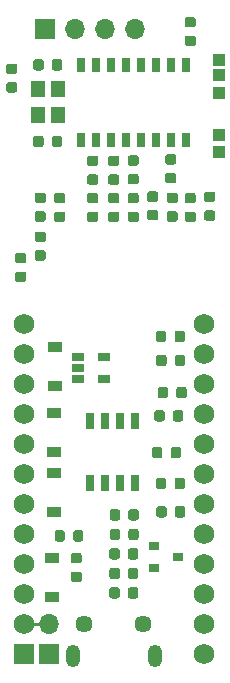
<source format=gbr>
G04 #@! TF.GenerationSoftware,KiCad,Pcbnew,(5.0.0)*
G04 #@! TF.CreationDate,2019-09-30T14:37:48-06:00*
G04 #@! TF.ProjectId,BlueMicro,426C75654D6963726F2E6B696361645F,rev?*
G04 #@! TF.SameCoordinates,Original*
G04 #@! TF.FileFunction,Copper,L2,Bot,Signal*
G04 #@! TF.FilePolarity,Positive*
%FSLAX46Y46*%
G04 Gerber Fmt 4.6, Leading zero omitted, Abs format (unit mm)*
G04 Created by KiCad (PCBNEW (5.0.0)) date 09/30/19 14:37:48*
%MOMM*%
%LPD*%
G01*
G04 APERTURE LIST*
G04 #@! TA.AperFunction,Conductor*
%ADD10C,0.100000*%
G04 #@! TD*
G04 #@! TA.AperFunction,SMDPad,CuDef*
%ADD11C,0.875000*%
G04 #@! TD*
G04 #@! TA.AperFunction,SMDPad,CuDef*
%ADD12R,1.200000X0.900000*%
G04 #@! TD*
G04 #@! TA.AperFunction,ComponentPad*
%ADD13R,1.700000X1.700000*%
G04 #@! TD*
G04 #@! TA.AperFunction,ComponentPad*
%ADD14O,1.700000X1.700000*%
G04 #@! TD*
G04 #@! TA.AperFunction,ComponentPad*
%ADD15C,1.450000*%
G04 #@! TD*
G04 #@! TA.AperFunction,ComponentPad*
%ADD16O,1.200000X1.900000*%
G04 #@! TD*
G04 #@! TA.AperFunction,SMDPad,CuDef*
%ADD17R,0.900000X0.800000*%
G04 #@! TD*
G04 #@! TA.AperFunction,SMDPad,CuDef*
%ADD18R,0.800000X1.300000*%
G04 #@! TD*
G04 #@! TA.AperFunction,SMDPad,CuDef*
%ADD19R,0.800000X1.450000*%
G04 #@! TD*
G04 #@! TA.AperFunction,SMDPad,CuDef*
%ADD20R,1.060000X0.650000*%
G04 #@! TD*
G04 #@! TA.AperFunction,SMDPad,CuDef*
%ADD21R,1.200000X1.400000*%
G04 #@! TD*
G04 #@! TA.AperFunction,ComponentPad*
%ADD22R,1.752600X1.752600*%
G04 #@! TD*
G04 #@! TA.AperFunction,ComponentPad*
%ADD23C,1.752600*%
G04 #@! TD*
G04 #@! TA.AperFunction,SMDPad,CuDef*
%ADD24R,1.000000X1.000000*%
G04 #@! TD*
G04 #@! TA.AperFunction,Conductor*
%ADD25C,0.250000*%
G04 #@! TD*
G04 APERTURE END LIST*
D10*
G04 #@! TO.N,GND*
G04 #@! TO.C,C1*
G36*
X73810691Y-68931053D02*
X73831926Y-68934203D01*
X73852750Y-68939419D01*
X73872962Y-68946651D01*
X73892368Y-68955830D01*
X73910781Y-68966866D01*
X73928024Y-68979654D01*
X73943930Y-68994070D01*
X73958346Y-69009976D01*
X73971134Y-69027219D01*
X73982170Y-69045632D01*
X73991349Y-69065038D01*
X73998581Y-69085250D01*
X74003797Y-69106074D01*
X74006947Y-69127309D01*
X74008000Y-69148750D01*
X74008000Y-69586250D01*
X74006947Y-69607691D01*
X74003797Y-69628926D01*
X73998581Y-69649750D01*
X73991349Y-69669962D01*
X73982170Y-69689368D01*
X73971134Y-69707781D01*
X73958346Y-69725024D01*
X73943930Y-69740930D01*
X73928024Y-69755346D01*
X73910781Y-69768134D01*
X73892368Y-69779170D01*
X73872962Y-69788349D01*
X73852750Y-69795581D01*
X73831926Y-69800797D01*
X73810691Y-69803947D01*
X73789250Y-69805000D01*
X73276750Y-69805000D01*
X73255309Y-69803947D01*
X73234074Y-69800797D01*
X73213250Y-69795581D01*
X73193038Y-69788349D01*
X73173632Y-69779170D01*
X73155219Y-69768134D01*
X73137976Y-69755346D01*
X73122070Y-69740930D01*
X73107654Y-69725024D01*
X73094866Y-69707781D01*
X73083830Y-69689368D01*
X73074651Y-69669962D01*
X73067419Y-69649750D01*
X73062203Y-69628926D01*
X73059053Y-69607691D01*
X73058000Y-69586250D01*
X73058000Y-69148750D01*
X73059053Y-69127309D01*
X73062203Y-69106074D01*
X73067419Y-69085250D01*
X73074651Y-69065038D01*
X73083830Y-69045632D01*
X73094866Y-69027219D01*
X73107654Y-69009976D01*
X73122070Y-68994070D01*
X73137976Y-68979654D01*
X73155219Y-68966866D01*
X73173632Y-68955830D01*
X73193038Y-68946651D01*
X73213250Y-68939419D01*
X73234074Y-68934203D01*
X73255309Y-68931053D01*
X73276750Y-68930000D01*
X73789250Y-68930000D01*
X73810691Y-68931053D01*
X73810691Y-68931053D01*
G37*
D11*
G04 #@! TD*
G04 #@! TO.P,C1,2*
G04 #@! TO.N,GND*
X73533000Y-69367500D03*
D10*
G04 #@! TO.N,Net-(C1-Pad1)*
G04 #@! TO.C,C1*
G36*
X73810691Y-67356053D02*
X73831926Y-67359203D01*
X73852750Y-67364419D01*
X73872962Y-67371651D01*
X73892368Y-67380830D01*
X73910781Y-67391866D01*
X73928024Y-67404654D01*
X73943930Y-67419070D01*
X73958346Y-67434976D01*
X73971134Y-67452219D01*
X73982170Y-67470632D01*
X73991349Y-67490038D01*
X73998581Y-67510250D01*
X74003797Y-67531074D01*
X74006947Y-67552309D01*
X74008000Y-67573750D01*
X74008000Y-68011250D01*
X74006947Y-68032691D01*
X74003797Y-68053926D01*
X73998581Y-68074750D01*
X73991349Y-68094962D01*
X73982170Y-68114368D01*
X73971134Y-68132781D01*
X73958346Y-68150024D01*
X73943930Y-68165930D01*
X73928024Y-68180346D01*
X73910781Y-68193134D01*
X73892368Y-68204170D01*
X73872962Y-68213349D01*
X73852750Y-68220581D01*
X73831926Y-68225797D01*
X73810691Y-68228947D01*
X73789250Y-68230000D01*
X73276750Y-68230000D01*
X73255309Y-68228947D01*
X73234074Y-68225797D01*
X73213250Y-68220581D01*
X73193038Y-68213349D01*
X73173632Y-68204170D01*
X73155219Y-68193134D01*
X73137976Y-68180346D01*
X73122070Y-68165930D01*
X73107654Y-68150024D01*
X73094866Y-68132781D01*
X73083830Y-68114368D01*
X73074651Y-68094962D01*
X73067419Y-68074750D01*
X73062203Y-68053926D01*
X73059053Y-68032691D01*
X73058000Y-68011250D01*
X73058000Y-67573750D01*
X73059053Y-67552309D01*
X73062203Y-67531074D01*
X73067419Y-67510250D01*
X73074651Y-67490038D01*
X73083830Y-67470632D01*
X73094866Y-67452219D01*
X73107654Y-67434976D01*
X73122070Y-67419070D01*
X73137976Y-67404654D01*
X73155219Y-67391866D01*
X73173632Y-67380830D01*
X73193038Y-67371651D01*
X73213250Y-67364419D01*
X73234074Y-67359203D01*
X73255309Y-67356053D01*
X73276750Y-67355000D01*
X73789250Y-67355000D01*
X73810691Y-67356053D01*
X73810691Y-67356053D01*
G37*
D11*
G04 #@! TD*
G04 #@! TO.P,C1,1*
G04 #@! TO.N,Net-(C1-Pad1)*
X73533000Y-67792500D03*
D10*
G04 #@! TO.N,Net-(C2-Pad1)*
G04 #@! TO.C,C2*
G36*
X72159691Y-70632553D02*
X72180926Y-70635703D01*
X72201750Y-70640919D01*
X72221962Y-70648151D01*
X72241368Y-70657330D01*
X72259781Y-70668366D01*
X72277024Y-70681154D01*
X72292930Y-70695570D01*
X72307346Y-70711476D01*
X72320134Y-70728719D01*
X72331170Y-70747132D01*
X72340349Y-70766538D01*
X72347581Y-70786750D01*
X72352797Y-70807574D01*
X72355947Y-70828809D01*
X72357000Y-70850250D01*
X72357000Y-71287750D01*
X72355947Y-71309191D01*
X72352797Y-71330426D01*
X72347581Y-71351250D01*
X72340349Y-71371462D01*
X72331170Y-71390868D01*
X72320134Y-71409281D01*
X72307346Y-71426524D01*
X72292930Y-71442430D01*
X72277024Y-71456846D01*
X72259781Y-71469634D01*
X72241368Y-71480670D01*
X72221962Y-71489849D01*
X72201750Y-71497081D01*
X72180926Y-71502297D01*
X72159691Y-71505447D01*
X72138250Y-71506500D01*
X71625750Y-71506500D01*
X71604309Y-71505447D01*
X71583074Y-71502297D01*
X71562250Y-71497081D01*
X71542038Y-71489849D01*
X71522632Y-71480670D01*
X71504219Y-71469634D01*
X71486976Y-71456846D01*
X71471070Y-71442430D01*
X71456654Y-71426524D01*
X71443866Y-71409281D01*
X71432830Y-71390868D01*
X71423651Y-71371462D01*
X71416419Y-71351250D01*
X71411203Y-71330426D01*
X71408053Y-71309191D01*
X71407000Y-71287750D01*
X71407000Y-70850250D01*
X71408053Y-70828809D01*
X71411203Y-70807574D01*
X71416419Y-70786750D01*
X71423651Y-70766538D01*
X71432830Y-70747132D01*
X71443866Y-70728719D01*
X71456654Y-70711476D01*
X71471070Y-70695570D01*
X71486976Y-70681154D01*
X71504219Y-70668366D01*
X71522632Y-70657330D01*
X71542038Y-70648151D01*
X71562250Y-70640919D01*
X71583074Y-70635703D01*
X71604309Y-70632553D01*
X71625750Y-70631500D01*
X72138250Y-70631500D01*
X72159691Y-70632553D01*
X72159691Y-70632553D01*
G37*
D11*
G04 #@! TD*
G04 #@! TO.P,C2,1*
G04 #@! TO.N,Net-(C2-Pad1)*
X71882000Y-71069000D03*
D10*
G04 #@! TO.N,GND*
G04 #@! TO.C,C2*
G36*
X72159691Y-72207553D02*
X72180926Y-72210703D01*
X72201750Y-72215919D01*
X72221962Y-72223151D01*
X72241368Y-72232330D01*
X72259781Y-72243366D01*
X72277024Y-72256154D01*
X72292930Y-72270570D01*
X72307346Y-72286476D01*
X72320134Y-72303719D01*
X72331170Y-72322132D01*
X72340349Y-72341538D01*
X72347581Y-72361750D01*
X72352797Y-72382574D01*
X72355947Y-72403809D01*
X72357000Y-72425250D01*
X72357000Y-72862750D01*
X72355947Y-72884191D01*
X72352797Y-72905426D01*
X72347581Y-72926250D01*
X72340349Y-72946462D01*
X72331170Y-72965868D01*
X72320134Y-72984281D01*
X72307346Y-73001524D01*
X72292930Y-73017430D01*
X72277024Y-73031846D01*
X72259781Y-73044634D01*
X72241368Y-73055670D01*
X72221962Y-73064849D01*
X72201750Y-73072081D01*
X72180926Y-73077297D01*
X72159691Y-73080447D01*
X72138250Y-73081500D01*
X71625750Y-73081500D01*
X71604309Y-73080447D01*
X71583074Y-73077297D01*
X71562250Y-73072081D01*
X71542038Y-73064849D01*
X71522632Y-73055670D01*
X71504219Y-73044634D01*
X71486976Y-73031846D01*
X71471070Y-73017430D01*
X71456654Y-73001524D01*
X71443866Y-72984281D01*
X71432830Y-72965868D01*
X71423651Y-72946462D01*
X71416419Y-72926250D01*
X71411203Y-72905426D01*
X71408053Y-72884191D01*
X71407000Y-72862750D01*
X71407000Y-72425250D01*
X71408053Y-72403809D01*
X71411203Y-72382574D01*
X71416419Y-72361750D01*
X71423651Y-72341538D01*
X71432830Y-72322132D01*
X71443866Y-72303719D01*
X71456654Y-72286476D01*
X71471070Y-72270570D01*
X71486976Y-72256154D01*
X71504219Y-72243366D01*
X71522632Y-72232330D01*
X71542038Y-72223151D01*
X71562250Y-72215919D01*
X71583074Y-72210703D01*
X71604309Y-72207553D01*
X71625750Y-72206500D01*
X72138250Y-72206500D01*
X72159691Y-72207553D01*
X72159691Y-72207553D01*
G37*
D11*
G04 #@! TD*
G04 #@! TO.P,C2,2*
G04 #@! TO.N,GND*
X71882000Y-72644000D03*
D10*
G04 #@! TO.N,VCC*
G04 #@! TO.C,C3*
G36*
X70508691Y-74011053D02*
X70529926Y-74014203D01*
X70550750Y-74019419D01*
X70570962Y-74026651D01*
X70590368Y-74035830D01*
X70608781Y-74046866D01*
X70626024Y-74059654D01*
X70641930Y-74074070D01*
X70656346Y-74089976D01*
X70669134Y-74107219D01*
X70680170Y-74125632D01*
X70689349Y-74145038D01*
X70696581Y-74165250D01*
X70701797Y-74186074D01*
X70704947Y-74207309D01*
X70706000Y-74228750D01*
X70706000Y-74666250D01*
X70704947Y-74687691D01*
X70701797Y-74708926D01*
X70696581Y-74729750D01*
X70689349Y-74749962D01*
X70680170Y-74769368D01*
X70669134Y-74787781D01*
X70656346Y-74805024D01*
X70641930Y-74820930D01*
X70626024Y-74835346D01*
X70608781Y-74848134D01*
X70590368Y-74859170D01*
X70570962Y-74868349D01*
X70550750Y-74875581D01*
X70529926Y-74880797D01*
X70508691Y-74883947D01*
X70487250Y-74885000D01*
X69974750Y-74885000D01*
X69953309Y-74883947D01*
X69932074Y-74880797D01*
X69911250Y-74875581D01*
X69891038Y-74868349D01*
X69871632Y-74859170D01*
X69853219Y-74848134D01*
X69835976Y-74835346D01*
X69820070Y-74820930D01*
X69805654Y-74805024D01*
X69792866Y-74787781D01*
X69781830Y-74769368D01*
X69772651Y-74749962D01*
X69765419Y-74729750D01*
X69760203Y-74708926D01*
X69757053Y-74687691D01*
X69756000Y-74666250D01*
X69756000Y-74228750D01*
X69757053Y-74207309D01*
X69760203Y-74186074D01*
X69765419Y-74165250D01*
X69772651Y-74145038D01*
X69781830Y-74125632D01*
X69792866Y-74107219D01*
X69805654Y-74089976D01*
X69820070Y-74074070D01*
X69835976Y-74059654D01*
X69853219Y-74046866D01*
X69871632Y-74035830D01*
X69891038Y-74026651D01*
X69911250Y-74019419D01*
X69932074Y-74014203D01*
X69953309Y-74011053D01*
X69974750Y-74010000D01*
X70487250Y-74010000D01*
X70508691Y-74011053D01*
X70508691Y-74011053D01*
G37*
D11*
G04 #@! TD*
G04 #@! TO.P,C3,1*
G04 #@! TO.N,VCC*
X70231000Y-74447500D03*
D10*
G04 #@! TO.N,GND*
G04 #@! TO.C,C3*
G36*
X70508691Y-72436053D02*
X70529926Y-72439203D01*
X70550750Y-72444419D01*
X70570962Y-72451651D01*
X70590368Y-72460830D01*
X70608781Y-72471866D01*
X70626024Y-72484654D01*
X70641930Y-72499070D01*
X70656346Y-72514976D01*
X70669134Y-72532219D01*
X70680170Y-72550632D01*
X70689349Y-72570038D01*
X70696581Y-72590250D01*
X70701797Y-72611074D01*
X70704947Y-72632309D01*
X70706000Y-72653750D01*
X70706000Y-73091250D01*
X70704947Y-73112691D01*
X70701797Y-73133926D01*
X70696581Y-73154750D01*
X70689349Y-73174962D01*
X70680170Y-73194368D01*
X70669134Y-73212781D01*
X70656346Y-73230024D01*
X70641930Y-73245930D01*
X70626024Y-73260346D01*
X70608781Y-73273134D01*
X70590368Y-73284170D01*
X70570962Y-73293349D01*
X70550750Y-73300581D01*
X70529926Y-73305797D01*
X70508691Y-73308947D01*
X70487250Y-73310000D01*
X69974750Y-73310000D01*
X69953309Y-73308947D01*
X69932074Y-73305797D01*
X69911250Y-73300581D01*
X69891038Y-73293349D01*
X69871632Y-73284170D01*
X69853219Y-73273134D01*
X69835976Y-73260346D01*
X69820070Y-73245930D01*
X69805654Y-73230024D01*
X69792866Y-73212781D01*
X69781830Y-73194368D01*
X69772651Y-73174962D01*
X69765419Y-73154750D01*
X69760203Y-73133926D01*
X69757053Y-73112691D01*
X69756000Y-73091250D01*
X69756000Y-72653750D01*
X69757053Y-72632309D01*
X69760203Y-72611074D01*
X69765419Y-72590250D01*
X69772651Y-72570038D01*
X69781830Y-72550632D01*
X69792866Y-72532219D01*
X69805654Y-72514976D01*
X69820070Y-72499070D01*
X69835976Y-72484654D01*
X69853219Y-72471866D01*
X69871632Y-72460830D01*
X69891038Y-72451651D01*
X69911250Y-72444419D01*
X69932074Y-72439203D01*
X69953309Y-72436053D01*
X69974750Y-72435000D01*
X70487250Y-72435000D01*
X70508691Y-72436053D01*
X70508691Y-72436053D01*
G37*
D11*
G04 #@! TD*
G04 #@! TO.P,C3,2*
G04 #@! TO.N,GND*
X70231000Y-72872500D03*
D10*
G04 #@! TO.N,GND*
G04 #@! TO.C,C4*
G36*
X69746691Y-56408553D02*
X69767926Y-56411703D01*
X69788750Y-56416919D01*
X69808962Y-56424151D01*
X69828368Y-56433330D01*
X69846781Y-56444366D01*
X69864024Y-56457154D01*
X69879930Y-56471570D01*
X69894346Y-56487476D01*
X69907134Y-56504719D01*
X69918170Y-56523132D01*
X69927349Y-56542538D01*
X69934581Y-56562750D01*
X69939797Y-56583574D01*
X69942947Y-56604809D01*
X69944000Y-56626250D01*
X69944000Y-57063750D01*
X69942947Y-57085191D01*
X69939797Y-57106426D01*
X69934581Y-57127250D01*
X69927349Y-57147462D01*
X69918170Y-57166868D01*
X69907134Y-57185281D01*
X69894346Y-57202524D01*
X69879930Y-57218430D01*
X69864024Y-57232846D01*
X69846781Y-57245634D01*
X69828368Y-57256670D01*
X69808962Y-57265849D01*
X69788750Y-57273081D01*
X69767926Y-57278297D01*
X69746691Y-57281447D01*
X69725250Y-57282500D01*
X69212750Y-57282500D01*
X69191309Y-57281447D01*
X69170074Y-57278297D01*
X69149250Y-57273081D01*
X69129038Y-57265849D01*
X69109632Y-57256670D01*
X69091219Y-57245634D01*
X69073976Y-57232846D01*
X69058070Y-57218430D01*
X69043654Y-57202524D01*
X69030866Y-57185281D01*
X69019830Y-57166868D01*
X69010651Y-57147462D01*
X69003419Y-57127250D01*
X68998203Y-57106426D01*
X68995053Y-57085191D01*
X68994000Y-57063750D01*
X68994000Y-56626250D01*
X68995053Y-56604809D01*
X68998203Y-56583574D01*
X69003419Y-56562750D01*
X69010651Y-56542538D01*
X69019830Y-56523132D01*
X69030866Y-56504719D01*
X69043654Y-56487476D01*
X69058070Y-56471570D01*
X69073976Y-56457154D01*
X69091219Y-56444366D01*
X69109632Y-56433330D01*
X69129038Y-56424151D01*
X69149250Y-56416919D01*
X69170074Y-56411703D01*
X69191309Y-56408553D01*
X69212750Y-56407500D01*
X69725250Y-56407500D01*
X69746691Y-56408553D01*
X69746691Y-56408553D01*
G37*
D11*
G04 #@! TD*
G04 #@! TO.P,C4,2*
G04 #@! TO.N,GND*
X69469000Y-56845000D03*
D10*
G04 #@! TO.N,Net-(C4-Pad1)*
G04 #@! TO.C,C4*
G36*
X69746691Y-57983553D02*
X69767926Y-57986703D01*
X69788750Y-57991919D01*
X69808962Y-57999151D01*
X69828368Y-58008330D01*
X69846781Y-58019366D01*
X69864024Y-58032154D01*
X69879930Y-58046570D01*
X69894346Y-58062476D01*
X69907134Y-58079719D01*
X69918170Y-58098132D01*
X69927349Y-58117538D01*
X69934581Y-58137750D01*
X69939797Y-58158574D01*
X69942947Y-58179809D01*
X69944000Y-58201250D01*
X69944000Y-58638750D01*
X69942947Y-58660191D01*
X69939797Y-58681426D01*
X69934581Y-58702250D01*
X69927349Y-58722462D01*
X69918170Y-58741868D01*
X69907134Y-58760281D01*
X69894346Y-58777524D01*
X69879930Y-58793430D01*
X69864024Y-58807846D01*
X69846781Y-58820634D01*
X69828368Y-58831670D01*
X69808962Y-58840849D01*
X69788750Y-58848081D01*
X69767926Y-58853297D01*
X69746691Y-58856447D01*
X69725250Y-58857500D01*
X69212750Y-58857500D01*
X69191309Y-58856447D01*
X69170074Y-58853297D01*
X69149250Y-58848081D01*
X69129038Y-58840849D01*
X69109632Y-58831670D01*
X69091219Y-58820634D01*
X69073976Y-58807846D01*
X69058070Y-58793430D01*
X69043654Y-58777524D01*
X69030866Y-58760281D01*
X69019830Y-58741868D01*
X69010651Y-58722462D01*
X69003419Y-58702250D01*
X68998203Y-58681426D01*
X68995053Y-58660191D01*
X68994000Y-58638750D01*
X68994000Y-58201250D01*
X68995053Y-58179809D01*
X68998203Y-58158574D01*
X69003419Y-58137750D01*
X69010651Y-58117538D01*
X69019830Y-58098132D01*
X69030866Y-58079719D01*
X69043654Y-58062476D01*
X69058070Y-58046570D01*
X69073976Y-58032154D01*
X69091219Y-58019366D01*
X69109632Y-58008330D01*
X69129038Y-57999151D01*
X69149250Y-57991919D01*
X69170074Y-57986703D01*
X69191309Y-57983553D01*
X69212750Y-57982500D01*
X69725250Y-57982500D01*
X69746691Y-57983553D01*
X69746691Y-57983553D01*
G37*
D11*
G04 #@! TD*
G04 #@! TO.P,C4,1*
G04 #@! TO.N,Net-(C4-Pad1)*
X69469000Y-58420000D03*
D10*
G04 #@! TO.N,Net-(C5-Pad1)*
G04 #@! TO.C,C5*
G36*
X71969691Y-62518053D02*
X71990926Y-62521203D01*
X72011750Y-62526419D01*
X72031962Y-62533651D01*
X72051368Y-62542830D01*
X72069781Y-62553866D01*
X72087024Y-62566654D01*
X72102930Y-62581070D01*
X72117346Y-62596976D01*
X72130134Y-62614219D01*
X72141170Y-62632632D01*
X72150349Y-62652038D01*
X72157581Y-62672250D01*
X72162797Y-62693074D01*
X72165947Y-62714309D01*
X72167000Y-62735750D01*
X72167000Y-63248250D01*
X72165947Y-63269691D01*
X72162797Y-63290926D01*
X72157581Y-63311750D01*
X72150349Y-63331962D01*
X72141170Y-63351368D01*
X72130134Y-63369781D01*
X72117346Y-63387024D01*
X72102930Y-63402930D01*
X72087024Y-63417346D01*
X72069781Y-63430134D01*
X72051368Y-63441170D01*
X72031962Y-63450349D01*
X72011750Y-63457581D01*
X71990926Y-63462797D01*
X71969691Y-63465947D01*
X71948250Y-63467000D01*
X71510750Y-63467000D01*
X71489309Y-63465947D01*
X71468074Y-63462797D01*
X71447250Y-63457581D01*
X71427038Y-63450349D01*
X71407632Y-63441170D01*
X71389219Y-63430134D01*
X71371976Y-63417346D01*
X71356070Y-63402930D01*
X71341654Y-63387024D01*
X71328866Y-63369781D01*
X71317830Y-63351368D01*
X71308651Y-63331962D01*
X71301419Y-63311750D01*
X71296203Y-63290926D01*
X71293053Y-63269691D01*
X71292000Y-63248250D01*
X71292000Y-62735750D01*
X71293053Y-62714309D01*
X71296203Y-62693074D01*
X71301419Y-62672250D01*
X71308651Y-62652038D01*
X71317830Y-62632632D01*
X71328866Y-62614219D01*
X71341654Y-62596976D01*
X71356070Y-62581070D01*
X71371976Y-62566654D01*
X71389219Y-62553866D01*
X71407632Y-62542830D01*
X71427038Y-62533651D01*
X71447250Y-62526419D01*
X71468074Y-62521203D01*
X71489309Y-62518053D01*
X71510750Y-62517000D01*
X71948250Y-62517000D01*
X71969691Y-62518053D01*
X71969691Y-62518053D01*
G37*
D11*
G04 #@! TD*
G04 #@! TO.P,C5,1*
G04 #@! TO.N,Net-(C5-Pad1)*
X71729500Y-62992000D03*
D10*
G04 #@! TO.N,GND*
G04 #@! TO.C,C5*
G36*
X73544691Y-62518053D02*
X73565926Y-62521203D01*
X73586750Y-62526419D01*
X73606962Y-62533651D01*
X73626368Y-62542830D01*
X73644781Y-62553866D01*
X73662024Y-62566654D01*
X73677930Y-62581070D01*
X73692346Y-62596976D01*
X73705134Y-62614219D01*
X73716170Y-62632632D01*
X73725349Y-62652038D01*
X73732581Y-62672250D01*
X73737797Y-62693074D01*
X73740947Y-62714309D01*
X73742000Y-62735750D01*
X73742000Y-63248250D01*
X73740947Y-63269691D01*
X73737797Y-63290926D01*
X73732581Y-63311750D01*
X73725349Y-63331962D01*
X73716170Y-63351368D01*
X73705134Y-63369781D01*
X73692346Y-63387024D01*
X73677930Y-63402930D01*
X73662024Y-63417346D01*
X73644781Y-63430134D01*
X73626368Y-63441170D01*
X73606962Y-63450349D01*
X73586750Y-63457581D01*
X73565926Y-63462797D01*
X73544691Y-63465947D01*
X73523250Y-63467000D01*
X73085750Y-63467000D01*
X73064309Y-63465947D01*
X73043074Y-63462797D01*
X73022250Y-63457581D01*
X73002038Y-63450349D01*
X72982632Y-63441170D01*
X72964219Y-63430134D01*
X72946976Y-63417346D01*
X72931070Y-63402930D01*
X72916654Y-63387024D01*
X72903866Y-63369781D01*
X72892830Y-63351368D01*
X72883651Y-63331962D01*
X72876419Y-63311750D01*
X72871203Y-63290926D01*
X72868053Y-63269691D01*
X72867000Y-63248250D01*
X72867000Y-62735750D01*
X72868053Y-62714309D01*
X72871203Y-62693074D01*
X72876419Y-62672250D01*
X72883651Y-62652038D01*
X72892830Y-62632632D01*
X72903866Y-62614219D01*
X72916654Y-62596976D01*
X72931070Y-62581070D01*
X72946976Y-62566654D01*
X72964219Y-62553866D01*
X72982632Y-62542830D01*
X73002038Y-62533651D01*
X73022250Y-62526419D01*
X73043074Y-62521203D01*
X73064309Y-62518053D01*
X73085750Y-62517000D01*
X73523250Y-62517000D01*
X73544691Y-62518053D01*
X73544691Y-62518053D01*
G37*
D11*
G04 #@! TD*
G04 #@! TO.P,C5,2*
G04 #@! TO.N,GND*
X73304500Y-62992000D03*
D10*
G04 #@! TO.N,VBUS*
G04 #@! TO.C,C6*
G36*
X75348192Y-95919053D02*
X75369427Y-95922203D01*
X75390251Y-95927419D01*
X75410463Y-95934651D01*
X75429869Y-95943830D01*
X75448282Y-95954866D01*
X75465525Y-95967654D01*
X75481431Y-95982070D01*
X75495847Y-95997976D01*
X75508635Y-96015219D01*
X75519671Y-96033632D01*
X75528850Y-96053038D01*
X75536082Y-96073250D01*
X75541298Y-96094074D01*
X75544448Y-96115309D01*
X75545501Y-96136750D01*
X75545501Y-96649250D01*
X75544448Y-96670691D01*
X75541298Y-96691926D01*
X75536082Y-96712750D01*
X75528850Y-96732962D01*
X75519671Y-96752368D01*
X75508635Y-96770781D01*
X75495847Y-96788024D01*
X75481431Y-96803930D01*
X75465525Y-96818346D01*
X75448282Y-96831134D01*
X75429869Y-96842170D01*
X75410463Y-96851349D01*
X75390251Y-96858581D01*
X75369427Y-96863797D01*
X75348192Y-96866947D01*
X75326751Y-96868000D01*
X74889251Y-96868000D01*
X74867810Y-96866947D01*
X74846575Y-96863797D01*
X74825751Y-96858581D01*
X74805539Y-96851349D01*
X74786133Y-96842170D01*
X74767720Y-96831134D01*
X74750477Y-96818346D01*
X74734571Y-96803930D01*
X74720155Y-96788024D01*
X74707367Y-96770781D01*
X74696331Y-96752368D01*
X74687152Y-96732962D01*
X74679920Y-96712750D01*
X74674704Y-96691926D01*
X74671554Y-96670691D01*
X74670501Y-96649250D01*
X74670501Y-96136750D01*
X74671554Y-96115309D01*
X74674704Y-96094074D01*
X74679920Y-96073250D01*
X74687152Y-96053038D01*
X74696331Y-96033632D01*
X74707367Y-96015219D01*
X74720155Y-95997976D01*
X74734571Y-95982070D01*
X74750477Y-95967654D01*
X74767720Y-95954866D01*
X74786133Y-95943830D01*
X74805539Y-95934651D01*
X74825751Y-95927419D01*
X74846575Y-95922203D01*
X74867810Y-95919053D01*
X74889251Y-95918000D01*
X75326751Y-95918000D01*
X75348192Y-95919053D01*
X75348192Y-95919053D01*
G37*
D11*
G04 #@! TD*
G04 #@! TO.P,C6,1*
G04 #@! TO.N,VBUS*
X75108001Y-96393000D03*
D10*
G04 #@! TO.N,GND*
G04 #@! TO.C,C6*
G36*
X73773192Y-95919053D02*
X73794427Y-95922203D01*
X73815251Y-95927419D01*
X73835463Y-95934651D01*
X73854869Y-95943830D01*
X73873282Y-95954866D01*
X73890525Y-95967654D01*
X73906431Y-95982070D01*
X73920847Y-95997976D01*
X73933635Y-96015219D01*
X73944671Y-96033632D01*
X73953850Y-96053038D01*
X73961082Y-96073250D01*
X73966298Y-96094074D01*
X73969448Y-96115309D01*
X73970501Y-96136750D01*
X73970501Y-96649250D01*
X73969448Y-96670691D01*
X73966298Y-96691926D01*
X73961082Y-96712750D01*
X73953850Y-96732962D01*
X73944671Y-96752368D01*
X73933635Y-96770781D01*
X73920847Y-96788024D01*
X73906431Y-96803930D01*
X73890525Y-96818346D01*
X73873282Y-96831134D01*
X73854869Y-96842170D01*
X73835463Y-96851349D01*
X73815251Y-96858581D01*
X73794427Y-96863797D01*
X73773192Y-96866947D01*
X73751751Y-96868000D01*
X73314251Y-96868000D01*
X73292810Y-96866947D01*
X73271575Y-96863797D01*
X73250751Y-96858581D01*
X73230539Y-96851349D01*
X73211133Y-96842170D01*
X73192720Y-96831134D01*
X73175477Y-96818346D01*
X73159571Y-96803930D01*
X73145155Y-96788024D01*
X73132367Y-96770781D01*
X73121331Y-96752368D01*
X73112152Y-96732962D01*
X73104920Y-96712750D01*
X73099704Y-96691926D01*
X73096554Y-96670691D01*
X73095501Y-96649250D01*
X73095501Y-96136750D01*
X73096554Y-96115309D01*
X73099704Y-96094074D01*
X73104920Y-96073250D01*
X73112152Y-96053038D01*
X73121331Y-96033632D01*
X73132367Y-96015219D01*
X73145155Y-95997976D01*
X73159571Y-95982070D01*
X73175477Y-95967654D01*
X73192720Y-95954866D01*
X73211133Y-95943830D01*
X73230539Y-95934651D01*
X73250751Y-95927419D01*
X73271575Y-95922203D01*
X73292810Y-95919053D01*
X73314251Y-95918000D01*
X73751751Y-95918000D01*
X73773192Y-95919053D01*
X73773192Y-95919053D01*
G37*
D11*
G04 #@! TD*
G04 #@! TO.P,C6,2*
G04 #@! TO.N,GND*
X73533001Y-96393000D03*
D10*
G04 #@! TO.N,GND*
G04 #@! TO.C,C7*
G36*
X80033691Y-65756053D02*
X80054926Y-65759203D01*
X80075750Y-65764419D01*
X80095962Y-65771651D01*
X80115368Y-65780830D01*
X80133781Y-65791866D01*
X80151024Y-65804654D01*
X80166930Y-65819070D01*
X80181346Y-65834976D01*
X80194134Y-65852219D01*
X80205170Y-65870632D01*
X80214349Y-65890038D01*
X80221581Y-65910250D01*
X80226797Y-65931074D01*
X80229947Y-65952309D01*
X80231000Y-65973750D01*
X80231000Y-66411250D01*
X80229947Y-66432691D01*
X80226797Y-66453926D01*
X80221581Y-66474750D01*
X80214349Y-66494962D01*
X80205170Y-66514368D01*
X80194134Y-66532781D01*
X80181346Y-66550024D01*
X80166930Y-66565930D01*
X80151024Y-66580346D01*
X80133781Y-66593134D01*
X80115368Y-66604170D01*
X80095962Y-66613349D01*
X80075750Y-66620581D01*
X80054926Y-66625797D01*
X80033691Y-66628947D01*
X80012250Y-66630000D01*
X79499750Y-66630000D01*
X79478309Y-66628947D01*
X79457074Y-66625797D01*
X79436250Y-66620581D01*
X79416038Y-66613349D01*
X79396632Y-66604170D01*
X79378219Y-66593134D01*
X79360976Y-66580346D01*
X79345070Y-66565930D01*
X79330654Y-66550024D01*
X79317866Y-66532781D01*
X79306830Y-66514368D01*
X79297651Y-66494962D01*
X79290419Y-66474750D01*
X79285203Y-66453926D01*
X79282053Y-66432691D01*
X79281000Y-66411250D01*
X79281000Y-65973750D01*
X79282053Y-65952309D01*
X79285203Y-65931074D01*
X79290419Y-65910250D01*
X79297651Y-65890038D01*
X79306830Y-65870632D01*
X79317866Y-65852219D01*
X79330654Y-65834976D01*
X79345070Y-65819070D01*
X79360976Y-65804654D01*
X79378219Y-65791866D01*
X79396632Y-65780830D01*
X79416038Y-65771651D01*
X79436250Y-65764419D01*
X79457074Y-65759203D01*
X79478309Y-65756053D01*
X79499750Y-65755000D01*
X80012250Y-65755000D01*
X80033691Y-65756053D01*
X80033691Y-65756053D01*
G37*
D11*
G04 #@! TD*
G04 #@! TO.P,C7,2*
G04 #@! TO.N,GND*
X79756000Y-66192500D03*
D10*
G04 #@! TO.N,Net-(C7-Pad1)*
G04 #@! TO.C,C7*
G36*
X80033691Y-64181053D02*
X80054926Y-64184203D01*
X80075750Y-64189419D01*
X80095962Y-64196651D01*
X80115368Y-64205830D01*
X80133781Y-64216866D01*
X80151024Y-64229654D01*
X80166930Y-64244070D01*
X80181346Y-64259976D01*
X80194134Y-64277219D01*
X80205170Y-64295632D01*
X80214349Y-64315038D01*
X80221581Y-64335250D01*
X80226797Y-64356074D01*
X80229947Y-64377309D01*
X80231000Y-64398750D01*
X80231000Y-64836250D01*
X80229947Y-64857691D01*
X80226797Y-64878926D01*
X80221581Y-64899750D01*
X80214349Y-64919962D01*
X80205170Y-64939368D01*
X80194134Y-64957781D01*
X80181346Y-64975024D01*
X80166930Y-64990930D01*
X80151024Y-65005346D01*
X80133781Y-65018134D01*
X80115368Y-65029170D01*
X80095962Y-65038349D01*
X80075750Y-65045581D01*
X80054926Y-65050797D01*
X80033691Y-65053947D01*
X80012250Y-65055000D01*
X79499750Y-65055000D01*
X79478309Y-65053947D01*
X79457074Y-65050797D01*
X79436250Y-65045581D01*
X79416038Y-65038349D01*
X79396632Y-65029170D01*
X79378219Y-65018134D01*
X79360976Y-65005346D01*
X79345070Y-64990930D01*
X79330654Y-64975024D01*
X79317866Y-64957781D01*
X79306830Y-64939368D01*
X79297651Y-64919962D01*
X79290419Y-64899750D01*
X79285203Y-64878926D01*
X79282053Y-64857691D01*
X79281000Y-64836250D01*
X79281000Y-64398750D01*
X79282053Y-64377309D01*
X79285203Y-64356074D01*
X79290419Y-64335250D01*
X79297651Y-64315038D01*
X79306830Y-64295632D01*
X79317866Y-64277219D01*
X79330654Y-64259976D01*
X79345070Y-64244070D01*
X79360976Y-64229654D01*
X79378219Y-64216866D01*
X79396632Y-64205830D01*
X79416038Y-64196651D01*
X79436250Y-64189419D01*
X79457074Y-64184203D01*
X79478309Y-64181053D01*
X79499750Y-64180000D01*
X80012250Y-64180000D01*
X80033691Y-64181053D01*
X80033691Y-64181053D01*
G37*
D11*
G04 #@! TD*
G04 #@! TO.P,C7,1*
G04 #@! TO.N,Net-(C7-Pad1)*
X79756000Y-64617500D03*
D10*
G04 #@! TO.N,Net-(C8-Pad1)*
G04 #@! TO.C,C8*
G36*
X73544691Y-56041053D02*
X73565926Y-56044203D01*
X73586750Y-56049419D01*
X73606962Y-56056651D01*
X73626368Y-56065830D01*
X73644781Y-56076866D01*
X73662024Y-56089654D01*
X73677930Y-56104070D01*
X73692346Y-56119976D01*
X73705134Y-56137219D01*
X73716170Y-56155632D01*
X73725349Y-56175038D01*
X73732581Y-56195250D01*
X73737797Y-56216074D01*
X73740947Y-56237309D01*
X73742000Y-56258750D01*
X73742000Y-56771250D01*
X73740947Y-56792691D01*
X73737797Y-56813926D01*
X73732581Y-56834750D01*
X73725349Y-56854962D01*
X73716170Y-56874368D01*
X73705134Y-56892781D01*
X73692346Y-56910024D01*
X73677930Y-56925930D01*
X73662024Y-56940346D01*
X73644781Y-56953134D01*
X73626368Y-56964170D01*
X73606962Y-56973349D01*
X73586750Y-56980581D01*
X73565926Y-56985797D01*
X73544691Y-56988947D01*
X73523250Y-56990000D01*
X73085750Y-56990000D01*
X73064309Y-56988947D01*
X73043074Y-56985797D01*
X73022250Y-56980581D01*
X73002038Y-56973349D01*
X72982632Y-56964170D01*
X72964219Y-56953134D01*
X72946976Y-56940346D01*
X72931070Y-56925930D01*
X72916654Y-56910024D01*
X72903866Y-56892781D01*
X72892830Y-56874368D01*
X72883651Y-56854962D01*
X72876419Y-56834750D01*
X72871203Y-56813926D01*
X72868053Y-56792691D01*
X72867000Y-56771250D01*
X72867000Y-56258750D01*
X72868053Y-56237309D01*
X72871203Y-56216074D01*
X72876419Y-56195250D01*
X72883651Y-56175038D01*
X72892830Y-56155632D01*
X72903866Y-56137219D01*
X72916654Y-56119976D01*
X72931070Y-56104070D01*
X72946976Y-56089654D01*
X72964219Y-56076866D01*
X72982632Y-56065830D01*
X73002038Y-56056651D01*
X73022250Y-56049419D01*
X73043074Y-56044203D01*
X73064309Y-56041053D01*
X73085750Y-56040000D01*
X73523250Y-56040000D01*
X73544691Y-56041053D01*
X73544691Y-56041053D01*
G37*
D11*
G04 #@! TD*
G04 #@! TO.P,C8,1*
G04 #@! TO.N,Net-(C8-Pad1)*
X73304500Y-56515000D03*
D10*
G04 #@! TO.N,GND*
G04 #@! TO.C,C8*
G36*
X71969691Y-56041053D02*
X71990926Y-56044203D01*
X72011750Y-56049419D01*
X72031962Y-56056651D01*
X72051368Y-56065830D01*
X72069781Y-56076866D01*
X72087024Y-56089654D01*
X72102930Y-56104070D01*
X72117346Y-56119976D01*
X72130134Y-56137219D01*
X72141170Y-56155632D01*
X72150349Y-56175038D01*
X72157581Y-56195250D01*
X72162797Y-56216074D01*
X72165947Y-56237309D01*
X72167000Y-56258750D01*
X72167000Y-56771250D01*
X72165947Y-56792691D01*
X72162797Y-56813926D01*
X72157581Y-56834750D01*
X72150349Y-56854962D01*
X72141170Y-56874368D01*
X72130134Y-56892781D01*
X72117346Y-56910024D01*
X72102930Y-56925930D01*
X72087024Y-56940346D01*
X72069781Y-56953134D01*
X72051368Y-56964170D01*
X72031962Y-56973349D01*
X72011750Y-56980581D01*
X71990926Y-56985797D01*
X71969691Y-56988947D01*
X71948250Y-56990000D01*
X71510750Y-56990000D01*
X71489309Y-56988947D01*
X71468074Y-56985797D01*
X71447250Y-56980581D01*
X71427038Y-56973349D01*
X71407632Y-56964170D01*
X71389219Y-56953134D01*
X71371976Y-56940346D01*
X71356070Y-56925930D01*
X71341654Y-56910024D01*
X71328866Y-56892781D01*
X71317830Y-56874368D01*
X71308651Y-56854962D01*
X71301419Y-56834750D01*
X71296203Y-56813926D01*
X71293053Y-56792691D01*
X71292000Y-56771250D01*
X71292000Y-56258750D01*
X71293053Y-56237309D01*
X71296203Y-56216074D01*
X71301419Y-56195250D01*
X71308651Y-56175038D01*
X71317830Y-56155632D01*
X71328866Y-56137219D01*
X71341654Y-56119976D01*
X71356070Y-56104070D01*
X71371976Y-56089654D01*
X71389219Y-56076866D01*
X71407632Y-56065830D01*
X71427038Y-56056651D01*
X71447250Y-56049419D01*
X71468074Y-56044203D01*
X71489309Y-56041053D01*
X71510750Y-56040000D01*
X71948250Y-56040000D01*
X71969691Y-56041053D01*
X71969691Y-56041053D01*
G37*
D11*
G04 #@! TD*
G04 #@! TO.P,C8,2*
G04 #@! TO.N,GND*
X71729500Y-56515000D03*
D10*
G04 #@! TO.N,GND*
G04 #@! TO.C,C9*
G36*
X84859691Y-52471553D02*
X84880926Y-52474703D01*
X84901750Y-52479919D01*
X84921962Y-52487151D01*
X84941368Y-52496330D01*
X84959781Y-52507366D01*
X84977024Y-52520154D01*
X84992930Y-52534570D01*
X85007346Y-52550476D01*
X85020134Y-52567719D01*
X85031170Y-52586132D01*
X85040349Y-52605538D01*
X85047581Y-52625750D01*
X85052797Y-52646574D01*
X85055947Y-52667809D01*
X85057000Y-52689250D01*
X85057000Y-53126750D01*
X85055947Y-53148191D01*
X85052797Y-53169426D01*
X85047581Y-53190250D01*
X85040349Y-53210462D01*
X85031170Y-53229868D01*
X85020134Y-53248281D01*
X85007346Y-53265524D01*
X84992930Y-53281430D01*
X84977024Y-53295846D01*
X84959781Y-53308634D01*
X84941368Y-53319670D01*
X84921962Y-53328849D01*
X84901750Y-53336081D01*
X84880926Y-53341297D01*
X84859691Y-53344447D01*
X84838250Y-53345500D01*
X84325750Y-53345500D01*
X84304309Y-53344447D01*
X84283074Y-53341297D01*
X84262250Y-53336081D01*
X84242038Y-53328849D01*
X84222632Y-53319670D01*
X84204219Y-53308634D01*
X84186976Y-53295846D01*
X84171070Y-53281430D01*
X84156654Y-53265524D01*
X84143866Y-53248281D01*
X84132830Y-53229868D01*
X84123651Y-53210462D01*
X84116419Y-53190250D01*
X84111203Y-53169426D01*
X84108053Y-53148191D01*
X84107000Y-53126750D01*
X84107000Y-52689250D01*
X84108053Y-52667809D01*
X84111203Y-52646574D01*
X84116419Y-52625750D01*
X84123651Y-52605538D01*
X84132830Y-52586132D01*
X84143866Y-52567719D01*
X84156654Y-52550476D01*
X84171070Y-52534570D01*
X84186976Y-52520154D01*
X84204219Y-52507366D01*
X84222632Y-52496330D01*
X84242038Y-52487151D01*
X84262250Y-52479919D01*
X84283074Y-52474703D01*
X84304309Y-52471553D01*
X84325750Y-52470500D01*
X84838250Y-52470500D01*
X84859691Y-52471553D01*
X84859691Y-52471553D01*
G37*
D11*
G04 #@! TD*
G04 #@! TO.P,C9,2*
G04 #@! TO.N,GND*
X84582000Y-52908000D03*
D10*
G04 #@! TO.N,Net-(C9-Pad1)*
G04 #@! TO.C,C9*
G36*
X84859691Y-54046553D02*
X84880926Y-54049703D01*
X84901750Y-54054919D01*
X84921962Y-54062151D01*
X84941368Y-54071330D01*
X84959781Y-54082366D01*
X84977024Y-54095154D01*
X84992930Y-54109570D01*
X85007346Y-54125476D01*
X85020134Y-54142719D01*
X85031170Y-54161132D01*
X85040349Y-54180538D01*
X85047581Y-54200750D01*
X85052797Y-54221574D01*
X85055947Y-54242809D01*
X85057000Y-54264250D01*
X85057000Y-54701750D01*
X85055947Y-54723191D01*
X85052797Y-54744426D01*
X85047581Y-54765250D01*
X85040349Y-54785462D01*
X85031170Y-54804868D01*
X85020134Y-54823281D01*
X85007346Y-54840524D01*
X84992930Y-54856430D01*
X84977024Y-54870846D01*
X84959781Y-54883634D01*
X84941368Y-54894670D01*
X84921962Y-54903849D01*
X84901750Y-54911081D01*
X84880926Y-54916297D01*
X84859691Y-54919447D01*
X84838250Y-54920500D01*
X84325750Y-54920500D01*
X84304309Y-54919447D01*
X84283074Y-54916297D01*
X84262250Y-54911081D01*
X84242038Y-54903849D01*
X84222632Y-54894670D01*
X84204219Y-54883634D01*
X84186976Y-54870846D01*
X84171070Y-54856430D01*
X84156654Y-54840524D01*
X84143866Y-54823281D01*
X84132830Y-54804868D01*
X84123651Y-54785462D01*
X84116419Y-54765250D01*
X84111203Y-54744426D01*
X84108053Y-54723191D01*
X84107000Y-54701750D01*
X84107000Y-54264250D01*
X84108053Y-54242809D01*
X84111203Y-54221574D01*
X84116419Y-54200750D01*
X84123651Y-54180538D01*
X84132830Y-54161132D01*
X84143866Y-54142719D01*
X84156654Y-54125476D01*
X84171070Y-54109570D01*
X84186976Y-54095154D01*
X84204219Y-54082366D01*
X84222632Y-54071330D01*
X84242038Y-54062151D01*
X84262250Y-54054919D01*
X84283074Y-54049703D01*
X84304309Y-54046553D01*
X84325750Y-54045500D01*
X84838250Y-54045500D01*
X84859691Y-54046553D01*
X84859691Y-54046553D01*
G37*
D11*
G04 #@! TD*
G04 #@! TO.P,C9,1*
G04 #@! TO.N,Net-(C9-Pad1)*
X84582000Y-54483000D03*
D10*
G04 #@! TO.N,RESET*
G04 #@! TO.C,C10*
G36*
X86510691Y-68829554D02*
X86531926Y-68832704D01*
X86552750Y-68837920D01*
X86572962Y-68845152D01*
X86592368Y-68854331D01*
X86610781Y-68865367D01*
X86628024Y-68878155D01*
X86643930Y-68892571D01*
X86658346Y-68908477D01*
X86671134Y-68925720D01*
X86682170Y-68944133D01*
X86691349Y-68963539D01*
X86698581Y-68983751D01*
X86703797Y-69004575D01*
X86706947Y-69025810D01*
X86708000Y-69047251D01*
X86708000Y-69484751D01*
X86706947Y-69506192D01*
X86703797Y-69527427D01*
X86698581Y-69548251D01*
X86691349Y-69568463D01*
X86682170Y-69587869D01*
X86671134Y-69606282D01*
X86658346Y-69623525D01*
X86643930Y-69639431D01*
X86628024Y-69653847D01*
X86610781Y-69666635D01*
X86592368Y-69677671D01*
X86572962Y-69686850D01*
X86552750Y-69694082D01*
X86531926Y-69699298D01*
X86510691Y-69702448D01*
X86489250Y-69703501D01*
X85976750Y-69703501D01*
X85955309Y-69702448D01*
X85934074Y-69699298D01*
X85913250Y-69694082D01*
X85893038Y-69686850D01*
X85873632Y-69677671D01*
X85855219Y-69666635D01*
X85837976Y-69653847D01*
X85822070Y-69639431D01*
X85807654Y-69623525D01*
X85794866Y-69606282D01*
X85783830Y-69587869D01*
X85774651Y-69568463D01*
X85767419Y-69548251D01*
X85762203Y-69527427D01*
X85759053Y-69506192D01*
X85758000Y-69484751D01*
X85758000Y-69047251D01*
X85759053Y-69025810D01*
X85762203Y-69004575D01*
X85767419Y-68983751D01*
X85774651Y-68963539D01*
X85783830Y-68944133D01*
X85794866Y-68925720D01*
X85807654Y-68908477D01*
X85822070Y-68892571D01*
X85837976Y-68878155D01*
X85855219Y-68865367D01*
X85873632Y-68854331D01*
X85893038Y-68845152D01*
X85913250Y-68837920D01*
X85934074Y-68832704D01*
X85955309Y-68829554D01*
X85976750Y-68828501D01*
X86489250Y-68828501D01*
X86510691Y-68829554D01*
X86510691Y-68829554D01*
G37*
D11*
G04 #@! TD*
G04 #@! TO.P,C10,1*
G04 #@! TO.N,RESET*
X86233000Y-69266001D03*
D10*
G04 #@! TO.N,DTR*
G04 #@! TO.C,C10*
G36*
X86510691Y-67254554D02*
X86531926Y-67257704D01*
X86552750Y-67262920D01*
X86572962Y-67270152D01*
X86592368Y-67279331D01*
X86610781Y-67290367D01*
X86628024Y-67303155D01*
X86643930Y-67317571D01*
X86658346Y-67333477D01*
X86671134Y-67350720D01*
X86682170Y-67369133D01*
X86691349Y-67388539D01*
X86698581Y-67408751D01*
X86703797Y-67429575D01*
X86706947Y-67450810D01*
X86708000Y-67472251D01*
X86708000Y-67909751D01*
X86706947Y-67931192D01*
X86703797Y-67952427D01*
X86698581Y-67973251D01*
X86691349Y-67993463D01*
X86682170Y-68012869D01*
X86671134Y-68031282D01*
X86658346Y-68048525D01*
X86643930Y-68064431D01*
X86628024Y-68078847D01*
X86610781Y-68091635D01*
X86592368Y-68102671D01*
X86572962Y-68111850D01*
X86552750Y-68119082D01*
X86531926Y-68124298D01*
X86510691Y-68127448D01*
X86489250Y-68128501D01*
X85976750Y-68128501D01*
X85955309Y-68127448D01*
X85934074Y-68124298D01*
X85913250Y-68119082D01*
X85893038Y-68111850D01*
X85873632Y-68102671D01*
X85855219Y-68091635D01*
X85837976Y-68078847D01*
X85822070Y-68064431D01*
X85807654Y-68048525D01*
X85794866Y-68031282D01*
X85783830Y-68012869D01*
X85774651Y-67993463D01*
X85767419Y-67973251D01*
X85762203Y-67952427D01*
X85759053Y-67931192D01*
X85758000Y-67909751D01*
X85758000Y-67472251D01*
X85759053Y-67450810D01*
X85762203Y-67429575D01*
X85767419Y-67408751D01*
X85774651Y-67388539D01*
X85783830Y-67369133D01*
X85794866Y-67350720D01*
X85807654Y-67333477D01*
X85822070Y-67317571D01*
X85837976Y-67303155D01*
X85855219Y-67290367D01*
X85873632Y-67279331D01*
X85893038Y-67270152D01*
X85913250Y-67262920D01*
X85934074Y-67257704D01*
X85955309Y-67254554D01*
X85976750Y-67253501D01*
X86489250Y-67253501D01*
X86510691Y-67254554D01*
X86510691Y-67254554D01*
G37*
D11*
G04 #@! TD*
G04 #@! TO.P,C10,2*
G04 #@! TO.N,DTR*
X86233000Y-67691001D03*
D10*
G04 #@! TO.N,GND*
G04 #@! TO.C,C11*
G36*
X83933191Y-79028053D02*
X83954426Y-79031203D01*
X83975250Y-79036419D01*
X83995462Y-79043651D01*
X84014868Y-79052830D01*
X84033281Y-79063866D01*
X84050524Y-79076654D01*
X84066430Y-79091070D01*
X84080846Y-79106976D01*
X84093634Y-79124219D01*
X84104670Y-79142632D01*
X84113849Y-79162038D01*
X84121081Y-79182250D01*
X84126297Y-79203074D01*
X84129447Y-79224309D01*
X84130500Y-79245750D01*
X84130500Y-79758250D01*
X84129447Y-79779691D01*
X84126297Y-79800926D01*
X84121081Y-79821750D01*
X84113849Y-79841962D01*
X84104670Y-79861368D01*
X84093634Y-79879781D01*
X84080846Y-79897024D01*
X84066430Y-79912930D01*
X84050524Y-79927346D01*
X84033281Y-79940134D01*
X84014868Y-79951170D01*
X83995462Y-79960349D01*
X83975250Y-79967581D01*
X83954426Y-79972797D01*
X83933191Y-79975947D01*
X83911750Y-79977000D01*
X83474250Y-79977000D01*
X83452809Y-79975947D01*
X83431574Y-79972797D01*
X83410750Y-79967581D01*
X83390538Y-79960349D01*
X83371132Y-79951170D01*
X83352719Y-79940134D01*
X83335476Y-79927346D01*
X83319570Y-79912930D01*
X83305154Y-79897024D01*
X83292366Y-79879781D01*
X83281330Y-79861368D01*
X83272151Y-79841962D01*
X83264919Y-79821750D01*
X83259703Y-79800926D01*
X83256553Y-79779691D01*
X83255500Y-79758250D01*
X83255500Y-79245750D01*
X83256553Y-79224309D01*
X83259703Y-79203074D01*
X83264919Y-79182250D01*
X83272151Y-79162038D01*
X83281330Y-79142632D01*
X83292366Y-79124219D01*
X83305154Y-79106976D01*
X83319570Y-79091070D01*
X83335476Y-79076654D01*
X83352719Y-79063866D01*
X83371132Y-79052830D01*
X83390538Y-79043651D01*
X83410750Y-79036419D01*
X83431574Y-79031203D01*
X83452809Y-79028053D01*
X83474250Y-79027000D01*
X83911750Y-79027000D01*
X83933191Y-79028053D01*
X83933191Y-79028053D01*
G37*
D11*
G04 #@! TD*
G04 #@! TO.P,C11,2*
G04 #@! TO.N,GND*
X83693000Y-79502000D03*
D10*
G04 #@! TO.N,VBUS*
G04 #@! TO.C,C11*
G36*
X82358191Y-79028053D02*
X82379426Y-79031203D01*
X82400250Y-79036419D01*
X82420462Y-79043651D01*
X82439868Y-79052830D01*
X82458281Y-79063866D01*
X82475524Y-79076654D01*
X82491430Y-79091070D01*
X82505846Y-79106976D01*
X82518634Y-79124219D01*
X82529670Y-79142632D01*
X82538849Y-79162038D01*
X82546081Y-79182250D01*
X82551297Y-79203074D01*
X82554447Y-79224309D01*
X82555500Y-79245750D01*
X82555500Y-79758250D01*
X82554447Y-79779691D01*
X82551297Y-79800926D01*
X82546081Y-79821750D01*
X82538849Y-79841962D01*
X82529670Y-79861368D01*
X82518634Y-79879781D01*
X82505846Y-79897024D01*
X82491430Y-79912930D01*
X82475524Y-79927346D01*
X82458281Y-79940134D01*
X82439868Y-79951170D01*
X82420462Y-79960349D01*
X82400250Y-79967581D01*
X82379426Y-79972797D01*
X82358191Y-79975947D01*
X82336750Y-79977000D01*
X81899250Y-79977000D01*
X81877809Y-79975947D01*
X81856574Y-79972797D01*
X81835750Y-79967581D01*
X81815538Y-79960349D01*
X81796132Y-79951170D01*
X81777719Y-79940134D01*
X81760476Y-79927346D01*
X81744570Y-79912930D01*
X81730154Y-79897024D01*
X81717366Y-79879781D01*
X81706330Y-79861368D01*
X81697151Y-79841962D01*
X81689919Y-79821750D01*
X81684703Y-79800926D01*
X81681553Y-79779691D01*
X81680500Y-79758250D01*
X81680500Y-79245750D01*
X81681553Y-79224309D01*
X81684703Y-79203074D01*
X81689919Y-79182250D01*
X81697151Y-79162038D01*
X81706330Y-79142632D01*
X81717366Y-79124219D01*
X81730154Y-79106976D01*
X81744570Y-79091070D01*
X81760476Y-79076654D01*
X81777719Y-79063866D01*
X81796132Y-79052830D01*
X81815538Y-79043651D01*
X81835750Y-79036419D01*
X81856574Y-79031203D01*
X81877809Y-79028053D01*
X81899250Y-79027000D01*
X82336750Y-79027000D01*
X82358191Y-79028053D01*
X82358191Y-79028053D01*
G37*
D11*
G04 #@! TD*
G04 #@! TO.P,C11,1*
G04 #@! TO.N,VBUS*
X82118000Y-79502000D03*
D10*
G04 #@! TO.N,GND*
G04 #@! TO.C,C12*
G36*
X83958691Y-93887053D02*
X83979926Y-93890203D01*
X84000750Y-93895419D01*
X84020962Y-93902651D01*
X84040368Y-93911830D01*
X84058781Y-93922866D01*
X84076024Y-93935654D01*
X84091930Y-93950070D01*
X84106346Y-93965976D01*
X84119134Y-93983219D01*
X84130170Y-94001632D01*
X84139349Y-94021038D01*
X84146581Y-94041250D01*
X84151797Y-94062074D01*
X84154947Y-94083309D01*
X84156000Y-94104750D01*
X84156000Y-94617250D01*
X84154947Y-94638691D01*
X84151797Y-94659926D01*
X84146581Y-94680750D01*
X84139349Y-94700962D01*
X84130170Y-94720368D01*
X84119134Y-94738781D01*
X84106346Y-94756024D01*
X84091930Y-94771930D01*
X84076024Y-94786346D01*
X84058781Y-94799134D01*
X84040368Y-94810170D01*
X84020962Y-94819349D01*
X84000750Y-94826581D01*
X83979926Y-94831797D01*
X83958691Y-94834947D01*
X83937250Y-94836000D01*
X83499750Y-94836000D01*
X83478309Y-94834947D01*
X83457074Y-94831797D01*
X83436250Y-94826581D01*
X83416038Y-94819349D01*
X83396632Y-94810170D01*
X83378219Y-94799134D01*
X83360976Y-94786346D01*
X83345070Y-94771930D01*
X83330654Y-94756024D01*
X83317866Y-94738781D01*
X83306830Y-94720368D01*
X83297651Y-94700962D01*
X83290419Y-94680750D01*
X83285203Y-94659926D01*
X83282053Y-94638691D01*
X83281000Y-94617250D01*
X83281000Y-94104750D01*
X83282053Y-94083309D01*
X83285203Y-94062074D01*
X83290419Y-94041250D01*
X83297651Y-94021038D01*
X83306830Y-94001632D01*
X83317866Y-93983219D01*
X83330654Y-93965976D01*
X83345070Y-93950070D01*
X83360976Y-93935654D01*
X83378219Y-93922866D01*
X83396632Y-93911830D01*
X83416038Y-93902651D01*
X83436250Y-93895419D01*
X83457074Y-93890203D01*
X83478309Y-93887053D01*
X83499750Y-93886000D01*
X83937250Y-93886000D01*
X83958691Y-93887053D01*
X83958691Y-93887053D01*
G37*
D11*
G04 #@! TD*
G04 #@! TO.P,C12,2*
G04 #@! TO.N,GND*
X83718500Y-94361000D03*
D10*
G04 #@! TO.N,Net-(C12-Pad1)*
G04 #@! TO.C,C12*
G36*
X82383691Y-93887053D02*
X82404926Y-93890203D01*
X82425750Y-93895419D01*
X82445962Y-93902651D01*
X82465368Y-93911830D01*
X82483781Y-93922866D01*
X82501024Y-93935654D01*
X82516930Y-93950070D01*
X82531346Y-93965976D01*
X82544134Y-93983219D01*
X82555170Y-94001632D01*
X82564349Y-94021038D01*
X82571581Y-94041250D01*
X82576797Y-94062074D01*
X82579947Y-94083309D01*
X82581000Y-94104750D01*
X82581000Y-94617250D01*
X82579947Y-94638691D01*
X82576797Y-94659926D01*
X82571581Y-94680750D01*
X82564349Y-94700962D01*
X82555170Y-94720368D01*
X82544134Y-94738781D01*
X82531346Y-94756024D01*
X82516930Y-94771930D01*
X82501024Y-94786346D01*
X82483781Y-94799134D01*
X82465368Y-94810170D01*
X82445962Y-94819349D01*
X82425750Y-94826581D01*
X82404926Y-94831797D01*
X82383691Y-94834947D01*
X82362250Y-94836000D01*
X81924750Y-94836000D01*
X81903309Y-94834947D01*
X81882074Y-94831797D01*
X81861250Y-94826581D01*
X81841038Y-94819349D01*
X81821632Y-94810170D01*
X81803219Y-94799134D01*
X81785976Y-94786346D01*
X81770070Y-94771930D01*
X81755654Y-94756024D01*
X81742866Y-94738781D01*
X81731830Y-94720368D01*
X81722651Y-94700962D01*
X81715419Y-94680750D01*
X81710203Y-94659926D01*
X81707053Y-94638691D01*
X81706000Y-94617250D01*
X81706000Y-94104750D01*
X81707053Y-94083309D01*
X81710203Y-94062074D01*
X81715419Y-94041250D01*
X81722651Y-94021038D01*
X81731830Y-94001632D01*
X81742866Y-93983219D01*
X81755654Y-93965976D01*
X81770070Y-93950070D01*
X81785976Y-93935654D01*
X81803219Y-93922866D01*
X81821632Y-93911830D01*
X81841038Y-93902651D01*
X81861250Y-93895419D01*
X81882074Y-93890203D01*
X81903309Y-93887053D01*
X81924750Y-93886000D01*
X82362250Y-93886000D01*
X82383691Y-93887053D01*
X82383691Y-93887053D01*
G37*
D11*
G04 #@! TD*
G04 #@! TO.P,C12,1*
G04 #@! TO.N,Net-(C12-Pad1)*
X82143500Y-94361000D03*
D10*
G04 #@! TO.N,VBATT*
G04 #@! TO.C,C13*
G36*
X78446691Y-94141053D02*
X78467926Y-94144203D01*
X78488750Y-94149419D01*
X78508962Y-94156651D01*
X78528368Y-94165830D01*
X78546781Y-94176866D01*
X78564024Y-94189654D01*
X78579930Y-94204070D01*
X78594346Y-94219976D01*
X78607134Y-94237219D01*
X78618170Y-94255632D01*
X78627349Y-94275038D01*
X78634581Y-94295250D01*
X78639797Y-94316074D01*
X78642947Y-94337309D01*
X78644000Y-94358750D01*
X78644000Y-94871250D01*
X78642947Y-94892691D01*
X78639797Y-94913926D01*
X78634581Y-94934750D01*
X78627349Y-94954962D01*
X78618170Y-94974368D01*
X78607134Y-94992781D01*
X78594346Y-95010024D01*
X78579930Y-95025930D01*
X78564024Y-95040346D01*
X78546781Y-95053134D01*
X78528368Y-95064170D01*
X78508962Y-95073349D01*
X78488750Y-95080581D01*
X78467926Y-95085797D01*
X78446691Y-95088947D01*
X78425250Y-95090000D01*
X77987750Y-95090000D01*
X77966309Y-95088947D01*
X77945074Y-95085797D01*
X77924250Y-95080581D01*
X77904038Y-95073349D01*
X77884632Y-95064170D01*
X77866219Y-95053134D01*
X77848976Y-95040346D01*
X77833070Y-95025930D01*
X77818654Y-95010024D01*
X77805866Y-94992781D01*
X77794830Y-94974368D01*
X77785651Y-94954962D01*
X77778419Y-94934750D01*
X77773203Y-94913926D01*
X77770053Y-94892691D01*
X77769000Y-94871250D01*
X77769000Y-94358750D01*
X77770053Y-94337309D01*
X77773203Y-94316074D01*
X77778419Y-94295250D01*
X77785651Y-94275038D01*
X77794830Y-94255632D01*
X77805866Y-94237219D01*
X77818654Y-94219976D01*
X77833070Y-94204070D01*
X77848976Y-94189654D01*
X77866219Y-94176866D01*
X77884632Y-94165830D01*
X77904038Y-94156651D01*
X77924250Y-94149419D01*
X77945074Y-94144203D01*
X77966309Y-94141053D01*
X77987750Y-94140000D01*
X78425250Y-94140000D01*
X78446691Y-94141053D01*
X78446691Y-94141053D01*
G37*
D11*
G04 #@! TD*
G04 #@! TO.P,C13,1*
G04 #@! TO.N,VBATT*
X78206500Y-94615000D03*
D10*
G04 #@! TO.N,GND*
G04 #@! TO.C,C13*
G36*
X80021691Y-94141053D02*
X80042926Y-94144203D01*
X80063750Y-94149419D01*
X80083962Y-94156651D01*
X80103368Y-94165830D01*
X80121781Y-94176866D01*
X80139024Y-94189654D01*
X80154930Y-94204070D01*
X80169346Y-94219976D01*
X80182134Y-94237219D01*
X80193170Y-94255632D01*
X80202349Y-94275038D01*
X80209581Y-94295250D01*
X80214797Y-94316074D01*
X80217947Y-94337309D01*
X80219000Y-94358750D01*
X80219000Y-94871250D01*
X80217947Y-94892691D01*
X80214797Y-94913926D01*
X80209581Y-94934750D01*
X80202349Y-94954962D01*
X80193170Y-94974368D01*
X80182134Y-94992781D01*
X80169346Y-95010024D01*
X80154930Y-95025930D01*
X80139024Y-95040346D01*
X80121781Y-95053134D01*
X80103368Y-95064170D01*
X80083962Y-95073349D01*
X80063750Y-95080581D01*
X80042926Y-95085797D01*
X80021691Y-95088947D01*
X80000250Y-95090000D01*
X79562750Y-95090000D01*
X79541309Y-95088947D01*
X79520074Y-95085797D01*
X79499250Y-95080581D01*
X79479038Y-95073349D01*
X79459632Y-95064170D01*
X79441219Y-95053134D01*
X79423976Y-95040346D01*
X79408070Y-95025930D01*
X79393654Y-95010024D01*
X79380866Y-94992781D01*
X79369830Y-94974368D01*
X79360651Y-94954962D01*
X79353419Y-94934750D01*
X79348203Y-94913926D01*
X79345053Y-94892691D01*
X79344000Y-94871250D01*
X79344000Y-94358750D01*
X79345053Y-94337309D01*
X79348203Y-94316074D01*
X79353419Y-94295250D01*
X79360651Y-94275038D01*
X79369830Y-94255632D01*
X79380866Y-94237219D01*
X79393654Y-94219976D01*
X79408070Y-94204070D01*
X79423976Y-94189654D01*
X79441219Y-94176866D01*
X79459632Y-94165830D01*
X79479038Y-94156651D01*
X79499250Y-94149419D01*
X79520074Y-94144203D01*
X79541309Y-94141053D01*
X79562750Y-94140000D01*
X80000250Y-94140000D01*
X80021691Y-94141053D01*
X80021691Y-94141053D01*
G37*
D11*
G04 #@! TD*
G04 #@! TO.P,C13,2*
G04 #@! TO.N,GND*
X79781500Y-94615000D03*
D10*
G04 #@! TO.N,GND*
G04 #@! TO.C,C14*
G36*
X79996191Y-97443053D02*
X80017426Y-97446203D01*
X80038250Y-97451419D01*
X80058462Y-97458651D01*
X80077868Y-97467830D01*
X80096281Y-97478866D01*
X80113524Y-97491654D01*
X80129430Y-97506070D01*
X80143846Y-97521976D01*
X80156634Y-97539219D01*
X80167670Y-97557632D01*
X80176849Y-97577038D01*
X80184081Y-97597250D01*
X80189297Y-97618074D01*
X80192447Y-97639309D01*
X80193500Y-97660750D01*
X80193500Y-98173250D01*
X80192447Y-98194691D01*
X80189297Y-98215926D01*
X80184081Y-98236750D01*
X80176849Y-98256962D01*
X80167670Y-98276368D01*
X80156634Y-98294781D01*
X80143846Y-98312024D01*
X80129430Y-98327930D01*
X80113524Y-98342346D01*
X80096281Y-98355134D01*
X80077868Y-98366170D01*
X80058462Y-98375349D01*
X80038250Y-98382581D01*
X80017426Y-98387797D01*
X79996191Y-98390947D01*
X79974750Y-98392000D01*
X79537250Y-98392000D01*
X79515809Y-98390947D01*
X79494574Y-98387797D01*
X79473750Y-98382581D01*
X79453538Y-98375349D01*
X79434132Y-98366170D01*
X79415719Y-98355134D01*
X79398476Y-98342346D01*
X79382570Y-98327930D01*
X79368154Y-98312024D01*
X79355366Y-98294781D01*
X79344330Y-98276368D01*
X79335151Y-98256962D01*
X79327919Y-98236750D01*
X79322703Y-98215926D01*
X79319553Y-98194691D01*
X79318500Y-98173250D01*
X79318500Y-97660750D01*
X79319553Y-97639309D01*
X79322703Y-97618074D01*
X79327919Y-97597250D01*
X79335151Y-97577038D01*
X79344330Y-97557632D01*
X79355366Y-97539219D01*
X79368154Y-97521976D01*
X79382570Y-97506070D01*
X79398476Y-97491654D01*
X79415719Y-97478866D01*
X79434132Y-97467830D01*
X79453538Y-97458651D01*
X79473750Y-97451419D01*
X79494574Y-97446203D01*
X79515809Y-97443053D01*
X79537250Y-97442000D01*
X79974750Y-97442000D01*
X79996191Y-97443053D01*
X79996191Y-97443053D01*
G37*
D11*
G04 #@! TD*
G04 #@! TO.P,C14,2*
G04 #@! TO.N,GND*
X79756000Y-97917000D03*
D10*
G04 #@! TO.N,Net-(C14-Pad1)*
G04 #@! TO.C,C14*
G36*
X78421191Y-97443053D02*
X78442426Y-97446203D01*
X78463250Y-97451419D01*
X78483462Y-97458651D01*
X78502868Y-97467830D01*
X78521281Y-97478866D01*
X78538524Y-97491654D01*
X78554430Y-97506070D01*
X78568846Y-97521976D01*
X78581634Y-97539219D01*
X78592670Y-97557632D01*
X78601849Y-97577038D01*
X78609081Y-97597250D01*
X78614297Y-97618074D01*
X78617447Y-97639309D01*
X78618500Y-97660750D01*
X78618500Y-98173250D01*
X78617447Y-98194691D01*
X78614297Y-98215926D01*
X78609081Y-98236750D01*
X78601849Y-98256962D01*
X78592670Y-98276368D01*
X78581634Y-98294781D01*
X78568846Y-98312024D01*
X78554430Y-98327930D01*
X78538524Y-98342346D01*
X78521281Y-98355134D01*
X78502868Y-98366170D01*
X78483462Y-98375349D01*
X78463250Y-98382581D01*
X78442426Y-98387797D01*
X78421191Y-98390947D01*
X78399750Y-98392000D01*
X77962250Y-98392000D01*
X77940809Y-98390947D01*
X77919574Y-98387797D01*
X77898750Y-98382581D01*
X77878538Y-98375349D01*
X77859132Y-98366170D01*
X77840719Y-98355134D01*
X77823476Y-98342346D01*
X77807570Y-98327930D01*
X77793154Y-98312024D01*
X77780366Y-98294781D01*
X77769330Y-98276368D01*
X77760151Y-98256962D01*
X77752919Y-98236750D01*
X77747703Y-98215926D01*
X77744553Y-98194691D01*
X77743500Y-98173250D01*
X77743500Y-97660750D01*
X77744553Y-97639309D01*
X77747703Y-97618074D01*
X77752919Y-97597250D01*
X77760151Y-97577038D01*
X77769330Y-97557632D01*
X77780366Y-97539219D01*
X77793154Y-97521976D01*
X77807570Y-97506070D01*
X77823476Y-97491654D01*
X77840719Y-97478866D01*
X77859132Y-97467830D01*
X77878538Y-97458651D01*
X77898750Y-97451419D01*
X77919574Y-97446203D01*
X77940809Y-97443053D01*
X77962250Y-97442000D01*
X78399750Y-97442000D01*
X78421191Y-97443053D01*
X78421191Y-97443053D01*
G37*
D11*
G04 #@! TD*
G04 #@! TO.P,C14,1*
G04 #@! TO.N,Net-(C14-Pad1)*
X78181000Y-97917000D03*
D10*
G04 #@! TO.N,BLUELED*
G04 #@! TO.C,D1*
G36*
X78382691Y-64206554D02*
X78403926Y-64209704D01*
X78424750Y-64214920D01*
X78444962Y-64222152D01*
X78464368Y-64231331D01*
X78482781Y-64242367D01*
X78500024Y-64255155D01*
X78515930Y-64269571D01*
X78530346Y-64285477D01*
X78543134Y-64302720D01*
X78554170Y-64321133D01*
X78563349Y-64340539D01*
X78570581Y-64360751D01*
X78575797Y-64381575D01*
X78578947Y-64402810D01*
X78580000Y-64424251D01*
X78580000Y-64861751D01*
X78578947Y-64883192D01*
X78575797Y-64904427D01*
X78570581Y-64925251D01*
X78563349Y-64945463D01*
X78554170Y-64964869D01*
X78543134Y-64983282D01*
X78530346Y-65000525D01*
X78515930Y-65016431D01*
X78500024Y-65030847D01*
X78482781Y-65043635D01*
X78464368Y-65054671D01*
X78444962Y-65063850D01*
X78424750Y-65071082D01*
X78403926Y-65076298D01*
X78382691Y-65079448D01*
X78361250Y-65080501D01*
X77848750Y-65080501D01*
X77827309Y-65079448D01*
X77806074Y-65076298D01*
X77785250Y-65071082D01*
X77765038Y-65063850D01*
X77745632Y-65054671D01*
X77727219Y-65043635D01*
X77709976Y-65030847D01*
X77694070Y-65016431D01*
X77679654Y-65000525D01*
X77666866Y-64983282D01*
X77655830Y-64964869D01*
X77646651Y-64945463D01*
X77639419Y-64925251D01*
X77634203Y-64904427D01*
X77631053Y-64883192D01*
X77630000Y-64861751D01*
X77630000Y-64424251D01*
X77631053Y-64402810D01*
X77634203Y-64381575D01*
X77639419Y-64360751D01*
X77646651Y-64340539D01*
X77655830Y-64321133D01*
X77666866Y-64302720D01*
X77679654Y-64285477D01*
X77694070Y-64269571D01*
X77709976Y-64255155D01*
X77727219Y-64242367D01*
X77745632Y-64231331D01*
X77765038Y-64222152D01*
X77785250Y-64214920D01*
X77806074Y-64209704D01*
X77827309Y-64206554D01*
X77848750Y-64205501D01*
X78361250Y-64205501D01*
X78382691Y-64206554D01*
X78382691Y-64206554D01*
G37*
D11*
G04 #@! TD*
G04 #@! TO.P,D1,2*
G04 #@! TO.N,BLUELED*
X78105000Y-64643001D03*
D10*
G04 #@! TO.N,Net-(D1-Pad1)*
G04 #@! TO.C,D1*
G36*
X78382691Y-65781554D02*
X78403926Y-65784704D01*
X78424750Y-65789920D01*
X78444962Y-65797152D01*
X78464368Y-65806331D01*
X78482781Y-65817367D01*
X78500024Y-65830155D01*
X78515930Y-65844571D01*
X78530346Y-65860477D01*
X78543134Y-65877720D01*
X78554170Y-65896133D01*
X78563349Y-65915539D01*
X78570581Y-65935751D01*
X78575797Y-65956575D01*
X78578947Y-65977810D01*
X78580000Y-65999251D01*
X78580000Y-66436751D01*
X78578947Y-66458192D01*
X78575797Y-66479427D01*
X78570581Y-66500251D01*
X78563349Y-66520463D01*
X78554170Y-66539869D01*
X78543134Y-66558282D01*
X78530346Y-66575525D01*
X78515930Y-66591431D01*
X78500024Y-66605847D01*
X78482781Y-66618635D01*
X78464368Y-66629671D01*
X78444962Y-66638850D01*
X78424750Y-66646082D01*
X78403926Y-66651298D01*
X78382691Y-66654448D01*
X78361250Y-66655501D01*
X77848750Y-66655501D01*
X77827309Y-66654448D01*
X77806074Y-66651298D01*
X77785250Y-66646082D01*
X77765038Y-66638850D01*
X77745632Y-66629671D01*
X77727219Y-66618635D01*
X77709976Y-66605847D01*
X77694070Y-66591431D01*
X77679654Y-66575525D01*
X77666866Y-66558282D01*
X77655830Y-66539869D01*
X77646651Y-66520463D01*
X77639419Y-66500251D01*
X77634203Y-66479427D01*
X77631053Y-66458192D01*
X77630000Y-66436751D01*
X77630000Y-65999251D01*
X77631053Y-65977810D01*
X77634203Y-65956575D01*
X77639419Y-65935751D01*
X77646651Y-65915539D01*
X77655830Y-65896133D01*
X77666866Y-65877720D01*
X77679654Y-65860477D01*
X77694070Y-65844571D01*
X77709976Y-65830155D01*
X77727219Y-65817367D01*
X77745632Y-65806331D01*
X77765038Y-65797152D01*
X77785250Y-65789920D01*
X77806074Y-65784704D01*
X77827309Y-65781554D01*
X77848750Y-65780501D01*
X78361250Y-65780501D01*
X78382691Y-65781554D01*
X78382691Y-65781554D01*
G37*
D11*
G04 #@! TD*
G04 #@! TO.P,D1,1*
G04 #@! TO.N,Net-(D1-Pad1)*
X78105000Y-66218001D03*
D10*
G04 #@! TO.N,Net-(D2-Pad1)*
G04 #@! TO.C,D2*
G36*
X76604691Y-65781554D02*
X76625926Y-65784704D01*
X76646750Y-65789920D01*
X76666962Y-65797152D01*
X76686368Y-65806331D01*
X76704781Y-65817367D01*
X76722024Y-65830155D01*
X76737930Y-65844571D01*
X76752346Y-65860477D01*
X76765134Y-65877720D01*
X76776170Y-65896133D01*
X76785349Y-65915539D01*
X76792581Y-65935751D01*
X76797797Y-65956575D01*
X76800947Y-65977810D01*
X76802000Y-65999251D01*
X76802000Y-66436751D01*
X76800947Y-66458192D01*
X76797797Y-66479427D01*
X76792581Y-66500251D01*
X76785349Y-66520463D01*
X76776170Y-66539869D01*
X76765134Y-66558282D01*
X76752346Y-66575525D01*
X76737930Y-66591431D01*
X76722024Y-66605847D01*
X76704781Y-66618635D01*
X76686368Y-66629671D01*
X76666962Y-66638850D01*
X76646750Y-66646082D01*
X76625926Y-66651298D01*
X76604691Y-66654448D01*
X76583250Y-66655501D01*
X76070750Y-66655501D01*
X76049309Y-66654448D01*
X76028074Y-66651298D01*
X76007250Y-66646082D01*
X75987038Y-66638850D01*
X75967632Y-66629671D01*
X75949219Y-66618635D01*
X75931976Y-66605847D01*
X75916070Y-66591431D01*
X75901654Y-66575525D01*
X75888866Y-66558282D01*
X75877830Y-66539869D01*
X75868651Y-66520463D01*
X75861419Y-66500251D01*
X75856203Y-66479427D01*
X75853053Y-66458192D01*
X75852000Y-66436751D01*
X75852000Y-65999251D01*
X75853053Y-65977810D01*
X75856203Y-65956575D01*
X75861419Y-65935751D01*
X75868651Y-65915539D01*
X75877830Y-65896133D01*
X75888866Y-65877720D01*
X75901654Y-65860477D01*
X75916070Y-65844571D01*
X75931976Y-65830155D01*
X75949219Y-65817367D01*
X75967632Y-65806331D01*
X75987038Y-65797152D01*
X76007250Y-65789920D01*
X76028074Y-65784704D01*
X76049309Y-65781554D01*
X76070750Y-65780501D01*
X76583250Y-65780501D01*
X76604691Y-65781554D01*
X76604691Y-65781554D01*
G37*
D11*
G04 #@! TD*
G04 #@! TO.P,D2,1*
G04 #@! TO.N,Net-(D2-Pad1)*
X76327000Y-66218001D03*
D10*
G04 #@! TO.N,REDLED*
G04 #@! TO.C,D2*
G36*
X76604691Y-64206554D02*
X76625926Y-64209704D01*
X76646750Y-64214920D01*
X76666962Y-64222152D01*
X76686368Y-64231331D01*
X76704781Y-64242367D01*
X76722024Y-64255155D01*
X76737930Y-64269571D01*
X76752346Y-64285477D01*
X76765134Y-64302720D01*
X76776170Y-64321133D01*
X76785349Y-64340539D01*
X76792581Y-64360751D01*
X76797797Y-64381575D01*
X76800947Y-64402810D01*
X76802000Y-64424251D01*
X76802000Y-64861751D01*
X76800947Y-64883192D01*
X76797797Y-64904427D01*
X76792581Y-64925251D01*
X76785349Y-64945463D01*
X76776170Y-64964869D01*
X76765134Y-64983282D01*
X76752346Y-65000525D01*
X76737930Y-65016431D01*
X76722024Y-65030847D01*
X76704781Y-65043635D01*
X76686368Y-65054671D01*
X76666962Y-65063850D01*
X76646750Y-65071082D01*
X76625926Y-65076298D01*
X76604691Y-65079448D01*
X76583250Y-65080501D01*
X76070750Y-65080501D01*
X76049309Y-65079448D01*
X76028074Y-65076298D01*
X76007250Y-65071082D01*
X75987038Y-65063850D01*
X75967632Y-65054671D01*
X75949219Y-65043635D01*
X75931976Y-65030847D01*
X75916070Y-65016431D01*
X75901654Y-65000525D01*
X75888866Y-64983282D01*
X75877830Y-64964869D01*
X75868651Y-64945463D01*
X75861419Y-64925251D01*
X75856203Y-64904427D01*
X75853053Y-64883192D01*
X75852000Y-64861751D01*
X75852000Y-64424251D01*
X75853053Y-64402810D01*
X75856203Y-64381575D01*
X75861419Y-64360751D01*
X75868651Y-64340539D01*
X75877830Y-64321133D01*
X75888866Y-64302720D01*
X75901654Y-64285477D01*
X75916070Y-64269571D01*
X75931976Y-64255155D01*
X75949219Y-64242367D01*
X75967632Y-64231331D01*
X75987038Y-64222152D01*
X76007250Y-64214920D01*
X76028074Y-64209704D01*
X76049309Y-64206554D01*
X76070750Y-64205501D01*
X76583250Y-64205501D01*
X76604691Y-64206554D01*
X76604691Y-64206554D01*
G37*
D11*
G04 #@! TD*
G04 #@! TO.P,D2,2*
G04 #@! TO.N,REDLED*
X76327000Y-64643001D03*
D12*
G04 #@! TO.P,D3,1*
G04 #@! TO.N,Net-(D3-Pad1)*
X73025000Y-91060000D03*
G04 #@! TO.P,D3,2*
G04 #@! TO.N,VBUS*
X73025000Y-94360000D03*
G04 #@! TD*
G04 #@! TO.P,D4,1*
G04 #@! TO.N,Net-(C9-Pad1)*
X73025000Y-85980000D03*
G04 #@! TO.P,D4,2*
G04 #@! TO.N,Net-(D3-Pad1)*
X73025000Y-89280000D03*
G04 #@! TD*
D10*
G04 #@! TO.N,Net-(D5-Pad2)*
G04 #@! TO.C,D5*
G36*
X81684691Y-68804053D02*
X81705926Y-68807203D01*
X81726750Y-68812419D01*
X81746962Y-68819651D01*
X81766368Y-68828830D01*
X81784781Y-68839866D01*
X81802024Y-68852654D01*
X81817930Y-68867070D01*
X81832346Y-68882976D01*
X81845134Y-68900219D01*
X81856170Y-68918632D01*
X81865349Y-68938038D01*
X81872581Y-68958250D01*
X81877797Y-68979074D01*
X81880947Y-69000309D01*
X81882000Y-69021750D01*
X81882000Y-69459250D01*
X81880947Y-69480691D01*
X81877797Y-69501926D01*
X81872581Y-69522750D01*
X81865349Y-69542962D01*
X81856170Y-69562368D01*
X81845134Y-69580781D01*
X81832346Y-69598024D01*
X81817930Y-69613930D01*
X81802024Y-69628346D01*
X81784781Y-69641134D01*
X81766368Y-69652170D01*
X81746962Y-69661349D01*
X81726750Y-69668581D01*
X81705926Y-69673797D01*
X81684691Y-69676947D01*
X81663250Y-69678000D01*
X81150750Y-69678000D01*
X81129309Y-69676947D01*
X81108074Y-69673797D01*
X81087250Y-69668581D01*
X81067038Y-69661349D01*
X81047632Y-69652170D01*
X81029219Y-69641134D01*
X81011976Y-69628346D01*
X80996070Y-69613930D01*
X80981654Y-69598024D01*
X80968866Y-69580781D01*
X80957830Y-69562368D01*
X80948651Y-69542962D01*
X80941419Y-69522750D01*
X80936203Y-69501926D01*
X80933053Y-69480691D01*
X80932000Y-69459250D01*
X80932000Y-69021750D01*
X80933053Y-69000309D01*
X80936203Y-68979074D01*
X80941419Y-68958250D01*
X80948651Y-68938038D01*
X80957830Y-68918632D01*
X80968866Y-68900219D01*
X80981654Y-68882976D01*
X80996070Y-68867070D01*
X81011976Y-68852654D01*
X81029219Y-68839866D01*
X81047632Y-68828830D01*
X81067038Y-68819651D01*
X81087250Y-68812419D01*
X81108074Y-68807203D01*
X81129309Y-68804053D01*
X81150750Y-68803000D01*
X81663250Y-68803000D01*
X81684691Y-68804053D01*
X81684691Y-68804053D01*
G37*
D11*
G04 #@! TD*
G04 #@! TO.P,D5,2*
G04 #@! TO.N,Net-(D5-Pad2)*
X81407000Y-69240500D03*
D10*
G04 #@! TO.N,TXD*
G04 #@! TO.C,D5*
G36*
X81684691Y-67229053D02*
X81705926Y-67232203D01*
X81726750Y-67237419D01*
X81746962Y-67244651D01*
X81766368Y-67253830D01*
X81784781Y-67264866D01*
X81802024Y-67277654D01*
X81817930Y-67292070D01*
X81832346Y-67307976D01*
X81845134Y-67325219D01*
X81856170Y-67343632D01*
X81865349Y-67363038D01*
X81872581Y-67383250D01*
X81877797Y-67404074D01*
X81880947Y-67425309D01*
X81882000Y-67446750D01*
X81882000Y-67884250D01*
X81880947Y-67905691D01*
X81877797Y-67926926D01*
X81872581Y-67947750D01*
X81865349Y-67967962D01*
X81856170Y-67987368D01*
X81845134Y-68005781D01*
X81832346Y-68023024D01*
X81817930Y-68038930D01*
X81802024Y-68053346D01*
X81784781Y-68066134D01*
X81766368Y-68077170D01*
X81746962Y-68086349D01*
X81726750Y-68093581D01*
X81705926Y-68098797D01*
X81684691Y-68101947D01*
X81663250Y-68103000D01*
X81150750Y-68103000D01*
X81129309Y-68101947D01*
X81108074Y-68098797D01*
X81087250Y-68093581D01*
X81067038Y-68086349D01*
X81047632Y-68077170D01*
X81029219Y-68066134D01*
X81011976Y-68053346D01*
X80996070Y-68038930D01*
X80981654Y-68023024D01*
X80968866Y-68005781D01*
X80957830Y-67987368D01*
X80948651Y-67967962D01*
X80941419Y-67947750D01*
X80936203Y-67926926D01*
X80933053Y-67905691D01*
X80932000Y-67884250D01*
X80932000Y-67446750D01*
X80933053Y-67425309D01*
X80936203Y-67404074D01*
X80941419Y-67383250D01*
X80948651Y-67363038D01*
X80957830Y-67343632D01*
X80968866Y-67325219D01*
X80981654Y-67307976D01*
X80996070Y-67292070D01*
X81011976Y-67277654D01*
X81029219Y-67264866D01*
X81047632Y-67253830D01*
X81067038Y-67244651D01*
X81087250Y-67237419D01*
X81108074Y-67232203D01*
X81129309Y-67229053D01*
X81150750Y-67228000D01*
X81663250Y-67228000D01*
X81684691Y-67229053D01*
X81684691Y-67229053D01*
G37*
D11*
G04 #@! TD*
G04 #@! TO.P,D5,1*
G04 #@! TO.N,TXD*
X81407000Y-67665500D03*
D10*
G04 #@! TO.N,RXD*
G04 #@! TO.C,D6*
G36*
X84859691Y-67356053D02*
X84880926Y-67359203D01*
X84901750Y-67364419D01*
X84921962Y-67371651D01*
X84941368Y-67380830D01*
X84959781Y-67391866D01*
X84977024Y-67404654D01*
X84992930Y-67419070D01*
X85007346Y-67434976D01*
X85020134Y-67452219D01*
X85031170Y-67470632D01*
X85040349Y-67490038D01*
X85047581Y-67510250D01*
X85052797Y-67531074D01*
X85055947Y-67552309D01*
X85057000Y-67573750D01*
X85057000Y-68011250D01*
X85055947Y-68032691D01*
X85052797Y-68053926D01*
X85047581Y-68074750D01*
X85040349Y-68094962D01*
X85031170Y-68114368D01*
X85020134Y-68132781D01*
X85007346Y-68150024D01*
X84992930Y-68165930D01*
X84977024Y-68180346D01*
X84959781Y-68193134D01*
X84941368Y-68204170D01*
X84921962Y-68213349D01*
X84901750Y-68220581D01*
X84880926Y-68225797D01*
X84859691Y-68228947D01*
X84838250Y-68230000D01*
X84325750Y-68230000D01*
X84304309Y-68228947D01*
X84283074Y-68225797D01*
X84262250Y-68220581D01*
X84242038Y-68213349D01*
X84222632Y-68204170D01*
X84204219Y-68193134D01*
X84186976Y-68180346D01*
X84171070Y-68165930D01*
X84156654Y-68150024D01*
X84143866Y-68132781D01*
X84132830Y-68114368D01*
X84123651Y-68094962D01*
X84116419Y-68074750D01*
X84111203Y-68053926D01*
X84108053Y-68032691D01*
X84107000Y-68011250D01*
X84107000Y-67573750D01*
X84108053Y-67552309D01*
X84111203Y-67531074D01*
X84116419Y-67510250D01*
X84123651Y-67490038D01*
X84132830Y-67470632D01*
X84143866Y-67452219D01*
X84156654Y-67434976D01*
X84171070Y-67419070D01*
X84186976Y-67404654D01*
X84204219Y-67391866D01*
X84222632Y-67380830D01*
X84242038Y-67371651D01*
X84262250Y-67364419D01*
X84283074Y-67359203D01*
X84304309Y-67356053D01*
X84325750Y-67355000D01*
X84838250Y-67355000D01*
X84859691Y-67356053D01*
X84859691Y-67356053D01*
G37*
D11*
G04 #@! TD*
G04 #@! TO.P,D6,1*
G04 #@! TO.N,RXD*
X84582000Y-67792500D03*
D10*
G04 #@! TO.N,Net-(D6-Pad2)*
G04 #@! TO.C,D6*
G36*
X84859691Y-68931053D02*
X84880926Y-68934203D01*
X84901750Y-68939419D01*
X84921962Y-68946651D01*
X84941368Y-68955830D01*
X84959781Y-68966866D01*
X84977024Y-68979654D01*
X84992930Y-68994070D01*
X85007346Y-69009976D01*
X85020134Y-69027219D01*
X85031170Y-69045632D01*
X85040349Y-69065038D01*
X85047581Y-69085250D01*
X85052797Y-69106074D01*
X85055947Y-69127309D01*
X85057000Y-69148750D01*
X85057000Y-69586250D01*
X85055947Y-69607691D01*
X85052797Y-69628926D01*
X85047581Y-69649750D01*
X85040349Y-69669962D01*
X85031170Y-69689368D01*
X85020134Y-69707781D01*
X85007346Y-69725024D01*
X84992930Y-69740930D01*
X84977024Y-69755346D01*
X84959781Y-69768134D01*
X84941368Y-69779170D01*
X84921962Y-69788349D01*
X84901750Y-69795581D01*
X84880926Y-69800797D01*
X84859691Y-69803947D01*
X84838250Y-69805000D01*
X84325750Y-69805000D01*
X84304309Y-69803947D01*
X84283074Y-69800797D01*
X84262250Y-69795581D01*
X84242038Y-69788349D01*
X84222632Y-69779170D01*
X84204219Y-69768134D01*
X84186976Y-69755346D01*
X84171070Y-69740930D01*
X84156654Y-69725024D01*
X84143866Y-69707781D01*
X84132830Y-69689368D01*
X84123651Y-69669962D01*
X84116419Y-69649750D01*
X84111203Y-69628926D01*
X84108053Y-69607691D01*
X84107000Y-69586250D01*
X84107000Y-69148750D01*
X84108053Y-69127309D01*
X84111203Y-69106074D01*
X84116419Y-69085250D01*
X84123651Y-69065038D01*
X84132830Y-69045632D01*
X84143866Y-69027219D01*
X84156654Y-69009976D01*
X84171070Y-68994070D01*
X84186976Y-68979654D01*
X84204219Y-68966866D01*
X84222632Y-68955830D01*
X84242038Y-68946651D01*
X84262250Y-68939419D01*
X84283074Y-68934203D01*
X84304309Y-68931053D01*
X84325750Y-68930000D01*
X84838250Y-68930000D01*
X84859691Y-68931053D01*
X84859691Y-68931053D01*
G37*
D11*
G04 #@! TD*
G04 #@! TO.P,D6,2*
G04 #@! TO.N,Net-(D6-Pad2)*
X84582000Y-69367500D03*
D12*
G04 #@! TO.P,D7,2*
G04 #@! TO.N,RESET*
X72898000Y-101599000D03*
G04 #@! TO.P,D7,1*
G04 #@! TO.N,VCC*
X72898000Y-98299000D03*
G04 #@! TD*
G04 #@! TO.P,D8,2*
G04 #@! TO.N,VBUS*
X73152000Y-83692000D03*
G04 #@! TO.P,D8,1*
G04 #@! TO.N,Net-(C12-Pad1)*
X73152000Y-80392000D03*
G04 #@! TD*
D10*
G04 #@! TO.N,Net-(D9-Pad2)*
G04 #@! TO.C,D9*
G36*
X83603191Y-88860829D02*
X83624426Y-88863979D01*
X83645250Y-88869195D01*
X83665462Y-88876427D01*
X83684868Y-88885606D01*
X83703281Y-88896642D01*
X83720524Y-88909430D01*
X83736430Y-88923846D01*
X83750846Y-88939752D01*
X83763634Y-88956995D01*
X83774670Y-88975408D01*
X83783849Y-88994814D01*
X83791081Y-89015026D01*
X83796297Y-89035850D01*
X83799447Y-89057085D01*
X83800500Y-89078526D01*
X83800500Y-89591026D01*
X83799447Y-89612467D01*
X83796297Y-89633702D01*
X83791081Y-89654526D01*
X83783849Y-89674738D01*
X83774670Y-89694144D01*
X83763634Y-89712557D01*
X83750846Y-89729800D01*
X83736430Y-89745706D01*
X83720524Y-89760122D01*
X83703281Y-89772910D01*
X83684868Y-89783946D01*
X83665462Y-89793125D01*
X83645250Y-89800357D01*
X83624426Y-89805573D01*
X83603191Y-89808723D01*
X83581750Y-89809776D01*
X83144250Y-89809776D01*
X83122809Y-89808723D01*
X83101574Y-89805573D01*
X83080750Y-89800357D01*
X83060538Y-89793125D01*
X83041132Y-89783946D01*
X83022719Y-89772910D01*
X83005476Y-89760122D01*
X82989570Y-89745706D01*
X82975154Y-89729800D01*
X82962366Y-89712557D01*
X82951330Y-89694144D01*
X82942151Y-89674738D01*
X82934919Y-89654526D01*
X82929703Y-89633702D01*
X82926553Y-89612467D01*
X82925500Y-89591026D01*
X82925500Y-89078526D01*
X82926553Y-89057085D01*
X82929703Y-89035850D01*
X82934919Y-89015026D01*
X82942151Y-88994814D01*
X82951330Y-88975408D01*
X82962366Y-88956995D01*
X82975154Y-88939752D01*
X82989570Y-88923846D01*
X83005476Y-88909430D01*
X83022719Y-88896642D01*
X83041132Y-88885606D01*
X83060538Y-88876427D01*
X83080750Y-88869195D01*
X83101574Y-88863979D01*
X83122809Y-88860829D01*
X83144250Y-88859776D01*
X83581750Y-88859776D01*
X83603191Y-88860829D01*
X83603191Y-88860829D01*
G37*
D11*
G04 #@! TD*
G04 #@! TO.P,D9,2*
G04 #@! TO.N,Net-(D9-Pad2)*
X83363000Y-89334776D03*
D10*
G04 #@! TO.N,Net-(D9-Pad1)*
G04 #@! TO.C,D9*
G36*
X82028191Y-88860829D02*
X82049426Y-88863979D01*
X82070250Y-88869195D01*
X82090462Y-88876427D01*
X82109868Y-88885606D01*
X82128281Y-88896642D01*
X82145524Y-88909430D01*
X82161430Y-88923846D01*
X82175846Y-88939752D01*
X82188634Y-88956995D01*
X82199670Y-88975408D01*
X82208849Y-88994814D01*
X82216081Y-89015026D01*
X82221297Y-89035850D01*
X82224447Y-89057085D01*
X82225500Y-89078526D01*
X82225500Y-89591026D01*
X82224447Y-89612467D01*
X82221297Y-89633702D01*
X82216081Y-89654526D01*
X82208849Y-89674738D01*
X82199670Y-89694144D01*
X82188634Y-89712557D01*
X82175846Y-89729800D01*
X82161430Y-89745706D01*
X82145524Y-89760122D01*
X82128281Y-89772910D01*
X82109868Y-89783946D01*
X82090462Y-89793125D01*
X82070250Y-89800357D01*
X82049426Y-89805573D01*
X82028191Y-89808723D01*
X82006750Y-89809776D01*
X81569250Y-89809776D01*
X81547809Y-89808723D01*
X81526574Y-89805573D01*
X81505750Y-89800357D01*
X81485538Y-89793125D01*
X81466132Y-89783946D01*
X81447719Y-89772910D01*
X81430476Y-89760122D01*
X81414570Y-89745706D01*
X81400154Y-89729800D01*
X81387366Y-89712557D01*
X81376330Y-89694144D01*
X81367151Y-89674738D01*
X81359919Y-89654526D01*
X81354703Y-89633702D01*
X81351553Y-89612467D01*
X81350500Y-89591026D01*
X81350500Y-89078526D01*
X81351553Y-89057085D01*
X81354703Y-89035850D01*
X81359919Y-89015026D01*
X81367151Y-88994814D01*
X81376330Y-88975408D01*
X81387366Y-88956995D01*
X81400154Y-88939752D01*
X81414570Y-88923846D01*
X81430476Y-88909430D01*
X81447719Y-88896642D01*
X81466132Y-88885606D01*
X81485538Y-88876427D01*
X81505750Y-88869195D01*
X81526574Y-88863979D01*
X81547809Y-88860829D01*
X81569250Y-88859776D01*
X82006750Y-88859776D01*
X82028191Y-88860829D01*
X82028191Y-88860829D01*
G37*
D11*
G04 #@! TD*
G04 #@! TO.P,D9,1*
G04 #@! TO.N,Net-(D9-Pad1)*
X81788000Y-89334776D03*
D10*
G04 #@! TO.N,Net-(D10-Pad1)*
G04 #@! TO.C,D10*
G36*
X82358191Y-91474053D02*
X82379426Y-91477203D01*
X82400250Y-91482419D01*
X82420462Y-91489651D01*
X82439868Y-91498830D01*
X82458281Y-91509866D01*
X82475524Y-91522654D01*
X82491430Y-91537070D01*
X82505846Y-91552976D01*
X82518634Y-91570219D01*
X82529670Y-91588632D01*
X82538849Y-91608038D01*
X82546081Y-91628250D01*
X82551297Y-91649074D01*
X82554447Y-91670309D01*
X82555500Y-91691750D01*
X82555500Y-92204250D01*
X82554447Y-92225691D01*
X82551297Y-92246926D01*
X82546081Y-92267750D01*
X82538849Y-92287962D01*
X82529670Y-92307368D01*
X82518634Y-92325781D01*
X82505846Y-92343024D01*
X82491430Y-92358930D01*
X82475524Y-92373346D01*
X82458281Y-92386134D01*
X82439868Y-92397170D01*
X82420462Y-92406349D01*
X82400250Y-92413581D01*
X82379426Y-92418797D01*
X82358191Y-92421947D01*
X82336750Y-92423000D01*
X81899250Y-92423000D01*
X81877809Y-92421947D01*
X81856574Y-92418797D01*
X81835750Y-92413581D01*
X81815538Y-92406349D01*
X81796132Y-92397170D01*
X81777719Y-92386134D01*
X81760476Y-92373346D01*
X81744570Y-92358930D01*
X81730154Y-92343024D01*
X81717366Y-92325781D01*
X81706330Y-92307368D01*
X81697151Y-92287962D01*
X81689919Y-92267750D01*
X81684703Y-92246926D01*
X81681553Y-92225691D01*
X81680500Y-92204250D01*
X81680500Y-91691750D01*
X81681553Y-91670309D01*
X81684703Y-91649074D01*
X81689919Y-91628250D01*
X81697151Y-91608038D01*
X81706330Y-91588632D01*
X81717366Y-91570219D01*
X81730154Y-91552976D01*
X81744570Y-91537070D01*
X81760476Y-91522654D01*
X81777719Y-91509866D01*
X81796132Y-91498830D01*
X81815538Y-91489651D01*
X81835750Y-91482419D01*
X81856574Y-91477203D01*
X81877809Y-91474053D01*
X81899250Y-91473000D01*
X82336750Y-91473000D01*
X82358191Y-91474053D01*
X82358191Y-91474053D01*
G37*
D11*
G04 #@! TD*
G04 #@! TO.P,D10,1*
G04 #@! TO.N,Net-(D10-Pad1)*
X82118000Y-91948000D03*
D10*
G04 #@! TO.N,Net-(D10-Pad2)*
G04 #@! TO.C,D10*
G36*
X83933191Y-91474053D02*
X83954426Y-91477203D01*
X83975250Y-91482419D01*
X83995462Y-91489651D01*
X84014868Y-91498830D01*
X84033281Y-91509866D01*
X84050524Y-91522654D01*
X84066430Y-91537070D01*
X84080846Y-91552976D01*
X84093634Y-91570219D01*
X84104670Y-91588632D01*
X84113849Y-91608038D01*
X84121081Y-91628250D01*
X84126297Y-91649074D01*
X84129447Y-91670309D01*
X84130500Y-91691750D01*
X84130500Y-92204250D01*
X84129447Y-92225691D01*
X84126297Y-92246926D01*
X84121081Y-92267750D01*
X84113849Y-92287962D01*
X84104670Y-92307368D01*
X84093634Y-92325781D01*
X84080846Y-92343024D01*
X84066430Y-92358930D01*
X84050524Y-92373346D01*
X84033281Y-92386134D01*
X84014868Y-92397170D01*
X83995462Y-92406349D01*
X83975250Y-92413581D01*
X83954426Y-92418797D01*
X83933191Y-92421947D01*
X83911750Y-92423000D01*
X83474250Y-92423000D01*
X83452809Y-92421947D01*
X83431574Y-92418797D01*
X83410750Y-92413581D01*
X83390538Y-92406349D01*
X83371132Y-92397170D01*
X83352719Y-92386134D01*
X83335476Y-92373346D01*
X83319570Y-92358930D01*
X83305154Y-92343024D01*
X83292366Y-92325781D01*
X83281330Y-92307368D01*
X83272151Y-92287962D01*
X83264919Y-92267750D01*
X83259703Y-92246926D01*
X83256553Y-92225691D01*
X83255500Y-92204250D01*
X83255500Y-91691750D01*
X83256553Y-91670309D01*
X83259703Y-91649074D01*
X83264919Y-91628250D01*
X83272151Y-91608038D01*
X83281330Y-91588632D01*
X83292366Y-91570219D01*
X83305154Y-91552976D01*
X83319570Y-91537070D01*
X83335476Y-91522654D01*
X83352719Y-91509866D01*
X83371132Y-91498830D01*
X83390538Y-91489651D01*
X83410750Y-91482419D01*
X83431574Y-91477203D01*
X83452809Y-91474053D01*
X83474250Y-91473000D01*
X83911750Y-91473000D01*
X83933191Y-91474053D01*
X83933191Y-91474053D01*
G37*
D11*
G04 #@! TD*
G04 #@! TO.P,D10,2*
G04 #@! TO.N,Net-(D10-Pad2)*
X83693000Y-91948000D03*
D13*
G04 #@! TO.P,J9,1*
G04 #@! TO.N,VCC*
X72263000Y-53467000D03*
D14*
G04 #@! TO.P,J9,2*
G04 #@! TO.N,GND*
X74803000Y-53467000D03*
G04 #@! TO.P,J9,3*
G04 #@! TO.N,SWDCLK*
X77343000Y-53467000D03*
G04 #@! TO.P,J9,4*
G04 #@! TO.N,SWDIO*
X79883000Y-53467000D03*
G04 #@! TD*
D13*
G04 #@! TO.P,J10,1*
G04 #@! TO.N,VBATT*
X72644000Y-106426000D03*
D14*
G04 #@! TO.P,J10,2*
G04 #@! TO.N,GND*
X72644000Y-103886000D03*
G04 #@! TD*
D15*
G04 #@! TO.P,J17,6*
G04 #@! TO.N,Net-(J17-Pad6)*
X75621000Y-103820500D03*
X80621000Y-103820500D03*
D16*
X74621000Y-106520500D03*
X81621000Y-106520500D03*
G04 #@! TD*
D10*
G04 #@! TO.N,Net-(C1-Pad1)*
G04 #@! TO.C,L1*
G36*
X72159691Y-67330553D02*
X72180926Y-67333703D01*
X72201750Y-67338919D01*
X72221962Y-67346151D01*
X72241368Y-67355330D01*
X72259781Y-67366366D01*
X72277024Y-67379154D01*
X72292930Y-67393570D01*
X72307346Y-67409476D01*
X72320134Y-67426719D01*
X72331170Y-67445132D01*
X72340349Y-67464538D01*
X72347581Y-67484750D01*
X72352797Y-67505574D01*
X72355947Y-67526809D01*
X72357000Y-67548250D01*
X72357000Y-67985750D01*
X72355947Y-68007191D01*
X72352797Y-68028426D01*
X72347581Y-68049250D01*
X72340349Y-68069462D01*
X72331170Y-68088868D01*
X72320134Y-68107281D01*
X72307346Y-68124524D01*
X72292930Y-68140430D01*
X72277024Y-68154846D01*
X72259781Y-68167634D01*
X72241368Y-68178670D01*
X72221962Y-68187849D01*
X72201750Y-68195081D01*
X72180926Y-68200297D01*
X72159691Y-68203447D01*
X72138250Y-68204500D01*
X71625750Y-68204500D01*
X71604309Y-68203447D01*
X71583074Y-68200297D01*
X71562250Y-68195081D01*
X71542038Y-68187849D01*
X71522632Y-68178670D01*
X71504219Y-68167634D01*
X71486976Y-68154846D01*
X71471070Y-68140430D01*
X71456654Y-68124524D01*
X71443866Y-68107281D01*
X71432830Y-68088868D01*
X71423651Y-68069462D01*
X71416419Y-68049250D01*
X71411203Y-68028426D01*
X71408053Y-68007191D01*
X71407000Y-67985750D01*
X71407000Y-67548250D01*
X71408053Y-67526809D01*
X71411203Y-67505574D01*
X71416419Y-67484750D01*
X71423651Y-67464538D01*
X71432830Y-67445132D01*
X71443866Y-67426719D01*
X71456654Y-67409476D01*
X71471070Y-67393570D01*
X71486976Y-67379154D01*
X71504219Y-67366366D01*
X71522632Y-67355330D01*
X71542038Y-67346151D01*
X71562250Y-67338919D01*
X71583074Y-67333703D01*
X71604309Y-67330553D01*
X71625750Y-67329500D01*
X72138250Y-67329500D01*
X72159691Y-67330553D01*
X72159691Y-67330553D01*
G37*
D11*
G04 #@! TD*
G04 #@! TO.P,L1,1*
G04 #@! TO.N,Net-(C1-Pad1)*
X71882000Y-67767000D03*
D10*
G04 #@! TO.N,Net-(L1-Pad2)*
G04 #@! TO.C,L1*
G36*
X72159691Y-68905553D02*
X72180926Y-68908703D01*
X72201750Y-68913919D01*
X72221962Y-68921151D01*
X72241368Y-68930330D01*
X72259781Y-68941366D01*
X72277024Y-68954154D01*
X72292930Y-68968570D01*
X72307346Y-68984476D01*
X72320134Y-69001719D01*
X72331170Y-69020132D01*
X72340349Y-69039538D01*
X72347581Y-69059750D01*
X72352797Y-69080574D01*
X72355947Y-69101809D01*
X72357000Y-69123250D01*
X72357000Y-69560750D01*
X72355947Y-69582191D01*
X72352797Y-69603426D01*
X72347581Y-69624250D01*
X72340349Y-69644462D01*
X72331170Y-69663868D01*
X72320134Y-69682281D01*
X72307346Y-69699524D01*
X72292930Y-69715430D01*
X72277024Y-69729846D01*
X72259781Y-69742634D01*
X72241368Y-69753670D01*
X72221962Y-69762849D01*
X72201750Y-69770081D01*
X72180926Y-69775297D01*
X72159691Y-69778447D01*
X72138250Y-69779500D01*
X71625750Y-69779500D01*
X71604309Y-69778447D01*
X71583074Y-69775297D01*
X71562250Y-69770081D01*
X71542038Y-69762849D01*
X71522632Y-69753670D01*
X71504219Y-69742634D01*
X71486976Y-69729846D01*
X71471070Y-69715430D01*
X71456654Y-69699524D01*
X71443866Y-69682281D01*
X71432830Y-69663868D01*
X71423651Y-69644462D01*
X71416419Y-69624250D01*
X71411203Y-69603426D01*
X71408053Y-69582191D01*
X71407000Y-69560750D01*
X71407000Y-69123250D01*
X71408053Y-69101809D01*
X71411203Y-69080574D01*
X71416419Y-69059750D01*
X71423651Y-69039538D01*
X71432830Y-69020132D01*
X71443866Y-69001719D01*
X71456654Y-68984476D01*
X71471070Y-68968570D01*
X71486976Y-68954154D01*
X71504219Y-68941366D01*
X71522632Y-68930330D01*
X71542038Y-68921151D01*
X71562250Y-68913919D01*
X71583074Y-68908703D01*
X71604309Y-68905553D01*
X71625750Y-68904500D01*
X72138250Y-68904500D01*
X72159691Y-68905553D01*
X72159691Y-68905553D01*
G37*
D11*
G04 #@! TD*
G04 #@! TO.P,L1,2*
G04 #@! TO.N,Net-(L1-Pad2)*
X71882000Y-69342000D03*
D17*
G04 #@! TO.P,Q1,1*
G04 #@! TO.N,VBUS*
X81550000Y-99121000D03*
G04 #@! TO.P,Q1,2*
G04 #@! TO.N,Net-(C12-Pad1)*
X81550000Y-97221000D03*
G04 #@! TO.P,Q1,3*
G04 #@! TO.N,VBATT*
X83550000Y-98171000D03*
G04 #@! TD*
D10*
G04 #@! TO.N,VCC*
G04 #@! TO.C,R1*
G36*
X75207691Y-97836053D02*
X75228926Y-97839203D01*
X75249750Y-97844419D01*
X75269962Y-97851651D01*
X75289368Y-97860830D01*
X75307781Y-97871866D01*
X75325024Y-97884654D01*
X75340930Y-97899070D01*
X75355346Y-97914976D01*
X75368134Y-97932219D01*
X75379170Y-97950632D01*
X75388349Y-97970038D01*
X75395581Y-97990250D01*
X75400797Y-98011074D01*
X75403947Y-98032309D01*
X75405000Y-98053750D01*
X75405000Y-98491250D01*
X75403947Y-98512691D01*
X75400797Y-98533926D01*
X75395581Y-98554750D01*
X75388349Y-98574962D01*
X75379170Y-98594368D01*
X75368134Y-98612781D01*
X75355346Y-98630024D01*
X75340930Y-98645930D01*
X75325024Y-98660346D01*
X75307781Y-98673134D01*
X75289368Y-98684170D01*
X75269962Y-98693349D01*
X75249750Y-98700581D01*
X75228926Y-98705797D01*
X75207691Y-98708947D01*
X75186250Y-98710000D01*
X74673750Y-98710000D01*
X74652309Y-98708947D01*
X74631074Y-98705797D01*
X74610250Y-98700581D01*
X74590038Y-98693349D01*
X74570632Y-98684170D01*
X74552219Y-98673134D01*
X74534976Y-98660346D01*
X74519070Y-98645930D01*
X74504654Y-98630024D01*
X74491866Y-98612781D01*
X74480830Y-98594368D01*
X74471651Y-98574962D01*
X74464419Y-98554750D01*
X74459203Y-98533926D01*
X74456053Y-98512691D01*
X74455000Y-98491250D01*
X74455000Y-98053750D01*
X74456053Y-98032309D01*
X74459203Y-98011074D01*
X74464419Y-97990250D01*
X74471651Y-97970038D01*
X74480830Y-97950632D01*
X74491866Y-97932219D01*
X74504654Y-97914976D01*
X74519070Y-97899070D01*
X74534976Y-97884654D01*
X74552219Y-97871866D01*
X74570632Y-97860830D01*
X74590038Y-97851651D01*
X74610250Y-97844419D01*
X74631074Y-97839203D01*
X74652309Y-97836053D01*
X74673750Y-97835000D01*
X75186250Y-97835000D01*
X75207691Y-97836053D01*
X75207691Y-97836053D01*
G37*
D11*
G04 #@! TD*
G04 #@! TO.P,R1,1*
G04 #@! TO.N,VCC*
X74930000Y-98272500D03*
D10*
G04 #@! TO.N,RESET*
G04 #@! TO.C,R1*
G36*
X75207691Y-99411053D02*
X75228926Y-99414203D01*
X75249750Y-99419419D01*
X75269962Y-99426651D01*
X75289368Y-99435830D01*
X75307781Y-99446866D01*
X75325024Y-99459654D01*
X75340930Y-99474070D01*
X75355346Y-99489976D01*
X75368134Y-99507219D01*
X75379170Y-99525632D01*
X75388349Y-99545038D01*
X75395581Y-99565250D01*
X75400797Y-99586074D01*
X75403947Y-99607309D01*
X75405000Y-99628750D01*
X75405000Y-100066250D01*
X75403947Y-100087691D01*
X75400797Y-100108926D01*
X75395581Y-100129750D01*
X75388349Y-100149962D01*
X75379170Y-100169368D01*
X75368134Y-100187781D01*
X75355346Y-100205024D01*
X75340930Y-100220930D01*
X75325024Y-100235346D01*
X75307781Y-100248134D01*
X75289368Y-100259170D01*
X75269962Y-100268349D01*
X75249750Y-100275581D01*
X75228926Y-100280797D01*
X75207691Y-100283947D01*
X75186250Y-100285000D01*
X74673750Y-100285000D01*
X74652309Y-100283947D01*
X74631074Y-100280797D01*
X74610250Y-100275581D01*
X74590038Y-100268349D01*
X74570632Y-100259170D01*
X74552219Y-100248134D01*
X74534976Y-100235346D01*
X74519070Y-100220930D01*
X74504654Y-100205024D01*
X74491866Y-100187781D01*
X74480830Y-100169368D01*
X74471651Y-100149962D01*
X74464419Y-100129750D01*
X74459203Y-100108926D01*
X74456053Y-100087691D01*
X74455000Y-100066250D01*
X74455000Y-99628750D01*
X74456053Y-99607309D01*
X74459203Y-99586074D01*
X74464419Y-99565250D01*
X74471651Y-99545038D01*
X74480830Y-99525632D01*
X74491866Y-99507219D01*
X74504654Y-99489976D01*
X74519070Y-99474070D01*
X74534976Y-99459654D01*
X74552219Y-99446866D01*
X74570632Y-99435830D01*
X74590038Y-99426651D01*
X74610250Y-99419419D01*
X74631074Y-99414203D01*
X74652309Y-99411053D01*
X74673750Y-99410000D01*
X75186250Y-99410000D01*
X75207691Y-99411053D01*
X75207691Y-99411053D01*
G37*
D11*
G04 #@! TD*
G04 #@! TO.P,R1,2*
G04 #@! TO.N,RESET*
X74930000Y-99847500D03*
D10*
G04 #@! TO.N,Net-(D1-Pad1)*
G04 #@! TO.C,R2*
G36*
X78382691Y-67356053D02*
X78403926Y-67359203D01*
X78424750Y-67364419D01*
X78444962Y-67371651D01*
X78464368Y-67380830D01*
X78482781Y-67391866D01*
X78500024Y-67404654D01*
X78515930Y-67419070D01*
X78530346Y-67434976D01*
X78543134Y-67452219D01*
X78554170Y-67470632D01*
X78563349Y-67490038D01*
X78570581Y-67510250D01*
X78575797Y-67531074D01*
X78578947Y-67552309D01*
X78580000Y-67573750D01*
X78580000Y-68011250D01*
X78578947Y-68032691D01*
X78575797Y-68053926D01*
X78570581Y-68074750D01*
X78563349Y-68094962D01*
X78554170Y-68114368D01*
X78543134Y-68132781D01*
X78530346Y-68150024D01*
X78515930Y-68165930D01*
X78500024Y-68180346D01*
X78482781Y-68193134D01*
X78464368Y-68204170D01*
X78444962Y-68213349D01*
X78424750Y-68220581D01*
X78403926Y-68225797D01*
X78382691Y-68228947D01*
X78361250Y-68230000D01*
X77848750Y-68230000D01*
X77827309Y-68228947D01*
X77806074Y-68225797D01*
X77785250Y-68220581D01*
X77765038Y-68213349D01*
X77745632Y-68204170D01*
X77727219Y-68193134D01*
X77709976Y-68180346D01*
X77694070Y-68165930D01*
X77679654Y-68150024D01*
X77666866Y-68132781D01*
X77655830Y-68114368D01*
X77646651Y-68094962D01*
X77639419Y-68074750D01*
X77634203Y-68053926D01*
X77631053Y-68032691D01*
X77630000Y-68011250D01*
X77630000Y-67573750D01*
X77631053Y-67552309D01*
X77634203Y-67531074D01*
X77639419Y-67510250D01*
X77646651Y-67490038D01*
X77655830Y-67470632D01*
X77666866Y-67452219D01*
X77679654Y-67434976D01*
X77694070Y-67419070D01*
X77709976Y-67404654D01*
X77727219Y-67391866D01*
X77745632Y-67380830D01*
X77765038Y-67371651D01*
X77785250Y-67364419D01*
X77806074Y-67359203D01*
X77827309Y-67356053D01*
X77848750Y-67355000D01*
X78361250Y-67355000D01*
X78382691Y-67356053D01*
X78382691Y-67356053D01*
G37*
D11*
G04 #@! TD*
G04 #@! TO.P,R2,1*
G04 #@! TO.N,Net-(D1-Pad1)*
X78105000Y-67792500D03*
D10*
G04 #@! TO.N,GND*
G04 #@! TO.C,R2*
G36*
X78382691Y-68931053D02*
X78403926Y-68934203D01*
X78424750Y-68939419D01*
X78444962Y-68946651D01*
X78464368Y-68955830D01*
X78482781Y-68966866D01*
X78500024Y-68979654D01*
X78515930Y-68994070D01*
X78530346Y-69009976D01*
X78543134Y-69027219D01*
X78554170Y-69045632D01*
X78563349Y-69065038D01*
X78570581Y-69085250D01*
X78575797Y-69106074D01*
X78578947Y-69127309D01*
X78580000Y-69148750D01*
X78580000Y-69586250D01*
X78578947Y-69607691D01*
X78575797Y-69628926D01*
X78570581Y-69649750D01*
X78563349Y-69669962D01*
X78554170Y-69689368D01*
X78543134Y-69707781D01*
X78530346Y-69725024D01*
X78515930Y-69740930D01*
X78500024Y-69755346D01*
X78482781Y-69768134D01*
X78464368Y-69779170D01*
X78444962Y-69788349D01*
X78424750Y-69795581D01*
X78403926Y-69800797D01*
X78382691Y-69803947D01*
X78361250Y-69805000D01*
X77848750Y-69805000D01*
X77827309Y-69803947D01*
X77806074Y-69800797D01*
X77785250Y-69795581D01*
X77765038Y-69788349D01*
X77745632Y-69779170D01*
X77727219Y-69768134D01*
X77709976Y-69755346D01*
X77694070Y-69740930D01*
X77679654Y-69725024D01*
X77666866Y-69707781D01*
X77655830Y-69689368D01*
X77646651Y-69669962D01*
X77639419Y-69649750D01*
X77634203Y-69628926D01*
X77631053Y-69607691D01*
X77630000Y-69586250D01*
X77630000Y-69148750D01*
X77631053Y-69127309D01*
X77634203Y-69106074D01*
X77639419Y-69085250D01*
X77646651Y-69065038D01*
X77655830Y-69045632D01*
X77666866Y-69027219D01*
X77679654Y-69009976D01*
X77694070Y-68994070D01*
X77709976Y-68979654D01*
X77727219Y-68966866D01*
X77745632Y-68955830D01*
X77765038Y-68946651D01*
X77785250Y-68939419D01*
X77806074Y-68934203D01*
X77827309Y-68931053D01*
X77848750Y-68930000D01*
X78361250Y-68930000D01*
X78382691Y-68931053D01*
X78382691Y-68931053D01*
G37*
D11*
G04 #@! TD*
G04 #@! TO.P,R2,2*
G04 #@! TO.N,GND*
X78105000Y-69367500D03*
D10*
G04 #@! TO.N,Net-(D2-Pad1)*
G04 #@! TO.C,R3*
G36*
X76604691Y-67356053D02*
X76625926Y-67359203D01*
X76646750Y-67364419D01*
X76666962Y-67371651D01*
X76686368Y-67380830D01*
X76704781Y-67391866D01*
X76722024Y-67404654D01*
X76737930Y-67419070D01*
X76752346Y-67434976D01*
X76765134Y-67452219D01*
X76776170Y-67470632D01*
X76785349Y-67490038D01*
X76792581Y-67510250D01*
X76797797Y-67531074D01*
X76800947Y-67552309D01*
X76802000Y-67573750D01*
X76802000Y-68011250D01*
X76800947Y-68032691D01*
X76797797Y-68053926D01*
X76792581Y-68074750D01*
X76785349Y-68094962D01*
X76776170Y-68114368D01*
X76765134Y-68132781D01*
X76752346Y-68150024D01*
X76737930Y-68165930D01*
X76722024Y-68180346D01*
X76704781Y-68193134D01*
X76686368Y-68204170D01*
X76666962Y-68213349D01*
X76646750Y-68220581D01*
X76625926Y-68225797D01*
X76604691Y-68228947D01*
X76583250Y-68230000D01*
X76070750Y-68230000D01*
X76049309Y-68228947D01*
X76028074Y-68225797D01*
X76007250Y-68220581D01*
X75987038Y-68213349D01*
X75967632Y-68204170D01*
X75949219Y-68193134D01*
X75931976Y-68180346D01*
X75916070Y-68165930D01*
X75901654Y-68150024D01*
X75888866Y-68132781D01*
X75877830Y-68114368D01*
X75868651Y-68094962D01*
X75861419Y-68074750D01*
X75856203Y-68053926D01*
X75853053Y-68032691D01*
X75852000Y-68011250D01*
X75852000Y-67573750D01*
X75853053Y-67552309D01*
X75856203Y-67531074D01*
X75861419Y-67510250D01*
X75868651Y-67490038D01*
X75877830Y-67470632D01*
X75888866Y-67452219D01*
X75901654Y-67434976D01*
X75916070Y-67419070D01*
X75931976Y-67404654D01*
X75949219Y-67391866D01*
X75967632Y-67380830D01*
X75987038Y-67371651D01*
X76007250Y-67364419D01*
X76028074Y-67359203D01*
X76049309Y-67356053D01*
X76070750Y-67355000D01*
X76583250Y-67355000D01*
X76604691Y-67356053D01*
X76604691Y-67356053D01*
G37*
D11*
G04 #@! TD*
G04 #@! TO.P,R3,1*
G04 #@! TO.N,Net-(D2-Pad1)*
X76327000Y-67792500D03*
D10*
G04 #@! TO.N,GND*
G04 #@! TO.C,R3*
G36*
X76604691Y-68931053D02*
X76625926Y-68934203D01*
X76646750Y-68939419D01*
X76666962Y-68946651D01*
X76686368Y-68955830D01*
X76704781Y-68966866D01*
X76722024Y-68979654D01*
X76737930Y-68994070D01*
X76752346Y-69009976D01*
X76765134Y-69027219D01*
X76776170Y-69045632D01*
X76785349Y-69065038D01*
X76792581Y-69085250D01*
X76797797Y-69106074D01*
X76800947Y-69127309D01*
X76802000Y-69148750D01*
X76802000Y-69586250D01*
X76800947Y-69607691D01*
X76797797Y-69628926D01*
X76792581Y-69649750D01*
X76785349Y-69669962D01*
X76776170Y-69689368D01*
X76765134Y-69707781D01*
X76752346Y-69725024D01*
X76737930Y-69740930D01*
X76722024Y-69755346D01*
X76704781Y-69768134D01*
X76686368Y-69779170D01*
X76666962Y-69788349D01*
X76646750Y-69795581D01*
X76625926Y-69800797D01*
X76604691Y-69803947D01*
X76583250Y-69805000D01*
X76070750Y-69805000D01*
X76049309Y-69803947D01*
X76028074Y-69800797D01*
X76007250Y-69795581D01*
X75987038Y-69788349D01*
X75967632Y-69779170D01*
X75949219Y-69768134D01*
X75931976Y-69755346D01*
X75916070Y-69740930D01*
X75901654Y-69725024D01*
X75888866Y-69707781D01*
X75877830Y-69689368D01*
X75868651Y-69669962D01*
X75861419Y-69649750D01*
X75856203Y-69628926D01*
X75853053Y-69607691D01*
X75852000Y-69586250D01*
X75852000Y-69148750D01*
X75853053Y-69127309D01*
X75856203Y-69106074D01*
X75861419Y-69085250D01*
X75868651Y-69065038D01*
X75877830Y-69045632D01*
X75888866Y-69027219D01*
X75901654Y-69009976D01*
X75916070Y-68994070D01*
X75931976Y-68979654D01*
X75949219Y-68966866D01*
X75967632Y-68955830D01*
X75987038Y-68946651D01*
X76007250Y-68939419D01*
X76028074Y-68934203D01*
X76049309Y-68931053D01*
X76070750Y-68930000D01*
X76583250Y-68930000D01*
X76604691Y-68931053D01*
X76604691Y-68931053D01*
G37*
D11*
G04 #@! TD*
G04 #@! TO.P,R3,2*
G04 #@! TO.N,GND*
X76327000Y-69367500D03*
D10*
G04 #@! TO.N,Net-(R4-Pad1)*
G04 #@! TO.C,R4*
G36*
X83208691Y-64079553D02*
X83229926Y-64082703D01*
X83250750Y-64087919D01*
X83270962Y-64095151D01*
X83290368Y-64104330D01*
X83308781Y-64115366D01*
X83326024Y-64128154D01*
X83341930Y-64142570D01*
X83356346Y-64158476D01*
X83369134Y-64175719D01*
X83380170Y-64194132D01*
X83389349Y-64213538D01*
X83396581Y-64233750D01*
X83401797Y-64254574D01*
X83404947Y-64275809D01*
X83406000Y-64297250D01*
X83406000Y-64734750D01*
X83404947Y-64756191D01*
X83401797Y-64777426D01*
X83396581Y-64798250D01*
X83389349Y-64818462D01*
X83380170Y-64837868D01*
X83369134Y-64856281D01*
X83356346Y-64873524D01*
X83341930Y-64889430D01*
X83326024Y-64903846D01*
X83308781Y-64916634D01*
X83290368Y-64927670D01*
X83270962Y-64936849D01*
X83250750Y-64944081D01*
X83229926Y-64949297D01*
X83208691Y-64952447D01*
X83187250Y-64953500D01*
X82674750Y-64953500D01*
X82653309Y-64952447D01*
X82632074Y-64949297D01*
X82611250Y-64944081D01*
X82591038Y-64936849D01*
X82571632Y-64927670D01*
X82553219Y-64916634D01*
X82535976Y-64903846D01*
X82520070Y-64889430D01*
X82505654Y-64873524D01*
X82492866Y-64856281D01*
X82481830Y-64837868D01*
X82472651Y-64818462D01*
X82465419Y-64798250D01*
X82460203Y-64777426D01*
X82457053Y-64756191D01*
X82456000Y-64734750D01*
X82456000Y-64297250D01*
X82457053Y-64275809D01*
X82460203Y-64254574D01*
X82465419Y-64233750D01*
X82472651Y-64213538D01*
X82481830Y-64194132D01*
X82492866Y-64175719D01*
X82505654Y-64158476D01*
X82520070Y-64142570D01*
X82535976Y-64128154D01*
X82553219Y-64115366D01*
X82571632Y-64104330D01*
X82591038Y-64095151D01*
X82611250Y-64087919D01*
X82632074Y-64082703D01*
X82653309Y-64079553D01*
X82674750Y-64078500D01*
X83187250Y-64078500D01*
X83208691Y-64079553D01*
X83208691Y-64079553D01*
G37*
D11*
G04 #@! TD*
G04 #@! TO.P,R4,1*
G04 #@! TO.N,Net-(R4-Pad1)*
X82931000Y-64516000D03*
D10*
G04 #@! TO.N,RXD*
G04 #@! TO.C,R4*
G36*
X83208691Y-65654553D02*
X83229926Y-65657703D01*
X83250750Y-65662919D01*
X83270962Y-65670151D01*
X83290368Y-65679330D01*
X83308781Y-65690366D01*
X83326024Y-65703154D01*
X83341930Y-65717570D01*
X83356346Y-65733476D01*
X83369134Y-65750719D01*
X83380170Y-65769132D01*
X83389349Y-65788538D01*
X83396581Y-65808750D01*
X83401797Y-65829574D01*
X83404947Y-65850809D01*
X83406000Y-65872250D01*
X83406000Y-66309750D01*
X83404947Y-66331191D01*
X83401797Y-66352426D01*
X83396581Y-66373250D01*
X83389349Y-66393462D01*
X83380170Y-66412868D01*
X83369134Y-66431281D01*
X83356346Y-66448524D01*
X83341930Y-66464430D01*
X83326024Y-66478846D01*
X83308781Y-66491634D01*
X83290368Y-66502670D01*
X83270962Y-66511849D01*
X83250750Y-66519081D01*
X83229926Y-66524297D01*
X83208691Y-66527447D01*
X83187250Y-66528500D01*
X82674750Y-66528500D01*
X82653309Y-66527447D01*
X82632074Y-66524297D01*
X82611250Y-66519081D01*
X82591038Y-66511849D01*
X82571632Y-66502670D01*
X82553219Y-66491634D01*
X82535976Y-66478846D01*
X82520070Y-66464430D01*
X82505654Y-66448524D01*
X82492866Y-66431281D01*
X82481830Y-66412868D01*
X82472651Y-66393462D01*
X82465419Y-66373250D01*
X82460203Y-66352426D01*
X82457053Y-66331191D01*
X82456000Y-66309750D01*
X82456000Y-65872250D01*
X82457053Y-65850809D01*
X82460203Y-65829574D01*
X82465419Y-65808750D01*
X82472651Y-65788538D01*
X82481830Y-65769132D01*
X82492866Y-65750719D01*
X82505654Y-65733476D01*
X82520070Y-65717570D01*
X82535976Y-65703154D01*
X82553219Y-65690366D01*
X82571632Y-65679330D01*
X82591038Y-65670151D01*
X82611250Y-65662919D01*
X82632074Y-65657703D01*
X82653309Y-65654553D01*
X82674750Y-65653500D01*
X83187250Y-65653500D01*
X83208691Y-65654553D01*
X83208691Y-65654553D01*
G37*
D11*
G04 #@! TD*
G04 #@! TO.P,R4,2*
G04 #@! TO.N,RXD*
X82931000Y-66091000D03*
D10*
G04 #@! TO.N,Net-(C9-Pad1)*
G04 #@! TO.C,R5*
G36*
X80033691Y-68931053D02*
X80054926Y-68934203D01*
X80075750Y-68939419D01*
X80095962Y-68946651D01*
X80115368Y-68955830D01*
X80133781Y-68966866D01*
X80151024Y-68979654D01*
X80166930Y-68994070D01*
X80181346Y-69009976D01*
X80194134Y-69027219D01*
X80205170Y-69045632D01*
X80214349Y-69065038D01*
X80221581Y-69085250D01*
X80226797Y-69106074D01*
X80229947Y-69127309D01*
X80231000Y-69148750D01*
X80231000Y-69586250D01*
X80229947Y-69607691D01*
X80226797Y-69628926D01*
X80221581Y-69649750D01*
X80214349Y-69669962D01*
X80205170Y-69689368D01*
X80194134Y-69707781D01*
X80181346Y-69725024D01*
X80166930Y-69740930D01*
X80151024Y-69755346D01*
X80133781Y-69768134D01*
X80115368Y-69779170D01*
X80095962Y-69788349D01*
X80075750Y-69795581D01*
X80054926Y-69800797D01*
X80033691Y-69803947D01*
X80012250Y-69805000D01*
X79499750Y-69805000D01*
X79478309Y-69803947D01*
X79457074Y-69800797D01*
X79436250Y-69795581D01*
X79416038Y-69788349D01*
X79396632Y-69779170D01*
X79378219Y-69768134D01*
X79360976Y-69755346D01*
X79345070Y-69740930D01*
X79330654Y-69725024D01*
X79317866Y-69707781D01*
X79306830Y-69689368D01*
X79297651Y-69669962D01*
X79290419Y-69649750D01*
X79285203Y-69628926D01*
X79282053Y-69607691D01*
X79281000Y-69586250D01*
X79281000Y-69148750D01*
X79282053Y-69127309D01*
X79285203Y-69106074D01*
X79290419Y-69085250D01*
X79297651Y-69065038D01*
X79306830Y-69045632D01*
X79317866Y-69027219D01*
X79330654Y-69009976D01*
X79345070Y-68994070D01*
X79360976Y-68979654D01*
X79378219Y-68966866D01*
X79396632Y-68955830D01*
X79416038Y-68946651D01*
X79436250Y-68939419D01*
X79457074Y-68934203D01*
X79478309Y-68931053D01*
X79499750Y-68930000D01*
X80012250Y-68930000D01*
X80033691Y-68931053D01*
X80033691Y-68931053D01*
G37*
D11*
G04 #@! TD*
G04 #@! TO.P,R5,2*
G04 #@! TO.N,Net-(C9-Pad1)*
X79756000Y-69367500D03*
D10*
G04 #@! TO.N,Net-(D5-Pad2)*
G04 #@! TO.C,R5*
G36*
X80033691Y-67356053D02*
X80054926Y-67359203D01*
X80075750Y-67364419D01*
X80095962Y-67371651D01*
X80115368Y-67380830D01*
X80133781Y-67391866D01*
X80151024Y-67404654D01*
X80166930Y-67419070D01*
X80181346Y-67434976D01*
X80194134Y-67452219D01*
X80205170Y-67470632D01*
X80214349Y-67490038D01*
X80221581Y-67510250D01*
X80226797Y-67531074D01*
X80229947Y-67552309D01*
X80231000Y-67573750D01*
X80231000Y-68011250D01*
X80229947Y-68032691D01*
X80226797Y-68053926D01*
X80221581Y-68074750D01*
X80214349Y-68094962D01*
X80205170Y-68114368D01*
X80194134Y-68132781D01*
X80181346Y-68150024D01*
X80166930Y-68165930D01*
X80151024Y-68180346D01*
X80133781Y-68193134D01*
X80115368Y-68204170D01*
X80095962Y-68213349D01*
X80075750Y-68220581D01*
X80054926Y-68225797D01*
X80033691Y-68228947D01*
X80012250Y-68230000D01*
X79499750Y-68230000D01*
X79478309Y-68228947D01*
X79457074Y-68225797D01*
X79436250Y-68220581D01*
X79416038Y-68213349D01*
X79396632Y-68204170D01*
X79378219Y-68193134D01*
X79360976Y-68180346D01*
X79345070Y-68165930D01*
X79330654Y-68150024D01*
X79317866Y-68132781D01*
X79306830Y-68114368D01*
X79297651Y-68094962D01*
X79290419Y-68074750D01*
X79285203Y-68053926D01*
X79282053Y-68032691D01*
X79281000Y-68011250D01*
X79281000Y-67573750D01*
X79282053Y-67552309D01*
X79285203Y-67531074D01*
X79290419Y-67510250D01*
X79297651Y-67490038D01*
X79306830Y-67470632D01*
X79317866Y-67452219D01*
X79330654Y-67434976D01*
X79345070Y-67419070D01*
X79360976Y-67404654D01*
X79378219Y-67391866D01*
X79396632Y-67380830D01*
X79416038Y-67371651D01*
X79436250Y-67364419D01*
X79457074Y-67359203D01*
X79478309Y-67356053D01*
X79499750Y-67355000D01*
X80012250Y-67355000D01*
X80033691Y-67356053D01*
X80033691Y-67356053D01*
G37*
D11*
G04 #@! TD*
G04 #@! TO.P,R5,1*
G04 #@! TO.N,Net-(D5-Pad2)*
X79756000Y-67792500D03*
D10*
G04 #@! TO.N,Net-(D6-Pad2)*
G04 #@! TO.C,R6*
G36*
X83335691Y-67330553D02*
X83356926Y-67333703D01*
X83377750Y-67338919D01*
X83397962Y-67346151D01*
X83417368Y-67355330D01*
X83435781Y-67366366D01*
X83453024Y-67379154D01*
X83468930Y-67393570D01*
X83483346Y-67409476D01*
X83496134Y-67426719D01*
X83507170Y-67445132D01*
X83516349Y-67464538D01*
X83523581Y-67484750D01*
X83528797Y-67505574D01*
X83531947Y-67526809D01*
X83533000Y-67548250D01*
X83533000Y-67985750D01*
X83531947Y-68007191D01*
X83528797Y-68028426D01*
X83523581Y-68049250D01*
X83516349Y-68069462D01*
X83507170Y-68088868D01*
X83496134Y-68107281D01*
X83483346Y-68124524D01*
X83468930Y-68140430D01*
X83453024Y-68154846D01*
X83435781Y-68167634D01*
X83417368Y-68178670D01*
X83397962Y-68187849D01*
X83377750Y-68195081D01*
X83356926Y-68200297D01*
X83335691Y-68203447D01*
X83314250Y-68204500D01*
X82801750Y-68204500D01*
X82780309Y-68203447D01*
X82759074Y-68200297D01*
X82738250Y-68195081D01*
X82718038Y-68187849D01*
X82698632Y-68178670D01*
X82680219Y-68167634D01*
X82662976Y-68154846D01*
X82647070Y-68140430D01*
X82632654Y-68124524D01*
X82619866Y-68107281D01*
X82608830Y-68088868D01*
X82599651Y-68069462D01*
X82592419Y-68049250D01*
X82587203Y-68028426D01*
X82584053Y-68007191D01*
X82583000Y-67985750D01*
X82583000Y-67548250D01*
X82584053Y-67526809D01*
X82587203Y-67505574D01*
X82592419Y-67484750D01*
X82599651Y-67464538D01*
X82608830Y-67445132D01*
X82619866Y-67426719D01*
X82632654Y-67409476D01*
X82647070Y-67393570D01*
X82662976Y-67379154D01*
X82680219Y-67366366D01*
X82698632Y-67355330D01*
X82718038Y-67346151D01*
X82738250Y-67338919D01*
X82759074Y-67333703D01*
X82780309Y-67330553D01*
X82801750Y-67329500D01*
X83314250Y-67329500D01*
X83335691Y-67330553D01*
X83335691Y-67330553D01*
G37*
D11*
G04 #@! TD*
G04 #@! TO.P,R6,2*
G04 #@! TO.N,Net-(D6-Pad2)*
X83058000Y-67767000D03*
D10*
G04 #@! TO.N,Net-(C9-Pad1)*
G04 #@! TO.C,R6*
G36*
X83335691Y-68905553D02*
X83356926Y-68908703D01*
X83377750Y-68913919D01*
X83397962Y-68921151D01*
X83417368Y-68930330D01*
X83435781Y-68941366D01*
X83453024Y-68954154D01*
X83468930Y-68968570D01*
X83483346Y-68984476D01*
X83496134Y-69001719D01*
X83507170Y-69020132D01*
X83516349Y-69039538D01*
X83523581Y-69059750D01*
X83528797Y-69080574D01*
X83531947Y-69101809D01*
X83533000Y-69123250D01*
X83533000Y-69560750D01*
X83531947Y-69582191D01*
X83528797Y-69603426D01*
X83523581Y-69624250D01*
X83516349Y-69644462D01*
X83507170Y-69663868D01*
X83496134Y-69682281D01*
X83483346Y-69699524D01*
X83468930Y-69715430D01*
X83453024Y-69729846D01*
X83435781Y-69742634D01*
X83417368Y-69753670D01*
X83397962Y-69762849D01*
X83377750Y-69770081D01*
X83356926Y-69775297D01*
X83335691Y-69778447D01*
X83314250Y-69779500D01*
X82801750Y-69779500D01*
X82780309Y-69778447D01*
X82759074Y-69775297D01*
X82738250Y-69770081D01*
X82718038Y-69762849D01*
X82698632Y-69753670D01*
X82680219Y-69742634D01*
X82662976Y-69729846D01*
X82647070Y-69715430D01*
X82632654Y-69699524D01*
X82619866Y-69682281D01*
X82608830Y-69663868D01*
X82599651Y-69644462D01*
X82592419Y-69624250D01*
X82587203Y-69603426D01*
X82584053Y-69582191D01*
X82583000Y-69560750D01*
X82583000Y-69123250D01*
X82584053Y-69101809D01*
X82587203Y-69080574D01*
X82592419Y-69059750D01*
X82599651Y-69039538D01*
X82608830Y-69020132D01*
X82619866Y-69001719D01*
X82632654Y-68984476D01*
X82647070Y-68968570D01*
X82662976Y-68954154D01*
X82680219Y-68941366D01*
X82698632Y-68930330D01*
X82718038Y-68921151D01*
X82738250Y-68913919D01*
X82759074Y-68908703D01*
X82780309Y-68905553D01*
X82801750Y-68904500D01*
X83314250Y-68904500D01*
X83335691Y-68905553D01*
X83335691Y-68905553D01*
G37*
D11*
G04 #@! TD*
G04 #@! TO.P,R6,1*
G04 #@! TO.N,Net-(C9-Pad1)*
X83058000Y-69342000D03*
D10*
G04 #@! TO.N,Net-(R7-Pad2)*
G04 #@! TO.C,R7*
G36*
X78446691Y-95792053D02*
X78467926Y-95795203D01*
X78488750Y-95800419D01*
X78508962Y-95807651D01*
X78528368Y-95816830D01*
X78546781Y-95827866D01*
X78564024Y-95840654D01*
X78579930Y-95855070D01*
X78594346Y-95870976D01*
X78607134Y-95888219D01*
X78618170Y-95906632D01*
X78627349Y-95926038D01*
X78634581Y-95946250D01*
X78639797Y-95967074D01*
X78642947Y-95988309D01*
X78644000Y-96009750D01*
X78644000Y-96522250D01*
X78642947Y-96543691D01*
X78639797Y-96564926D01*
X78634581Y-96585750D01*
X78627349Y-96605962D01*
X78618170Y-96625368D01*
X78607134Y-96643781D01*
X78594346Y-96661024D01*
X78579930Y-96676930D01*
X78564024Y-96691346D01*
X78546781Y-96704134D01*
X78528368Y-96715170D01*
X78508962Y-96724349D01*
X78488750Y-96731581D01*
X78467926Y-96736797D01*
X78446691Y-96739947D01*
X78425250Y-96741000D01*
X77987750Y-96741000D01*
X77966309Y-96739947D01*
X77945074Y-96736797D01*
X77924250Y-96731581D01*
X77904038Y-96724349D01*
X77884632Y-96715170D01*
X77866219Y-96704134D01*
X77848976Y-96691346D01*
X77833070Y-96676930D01*
X77818654Y-96661024D01*
X77805866Y-96643781D01*
X77794830Y-96625368D01*
X77785651Y-96605962D01*
X77778419Y-96585750D01*
X77773203Y-96564926D01*
X77770053Y-96543691D01*
X77769000Y-96522250D01*
X77769000Y-96009750D01*
X77770053Y-95988309D01*
X77773203Y-95967074D01*
X77778419Y-95946250D01*
X77785651Y-95926038D01*
X77794830Y-95906632D01*
X77805866Y-95888219D01*
X77818654Y-95870976D01*
X77833070Y-95855070D01*
X77848976Y-95840654D01*
X77866219Y-95827866D01*
X77884632Y-95816830D01*
X77904038Y-95807651D01*
X77924250Y-95800419D01*
X77945074Y-95795203D01*
X77966309Y-95792053D01*
X77987750Y-95791000D01*
X78425250Y-95791000D01*
X78446691Y-95792053D01*
X78446691Y-95792053D01*
G37*
D11*
G04 #@! TD*
G04 #@! TO.P,R7,2*
G04 #@! TO.N,Net-(R7-Pad2)*
X78206500Y-96266000D03*
D10*
G04 #@! TO.N,GND*
G04 #@! TO.C,R7*
G36*
X80021691Y-95792053D02*
X80042926Y-95795203D01*
X80063750Y-95800419D01*
X80083962Y-95807651D01*
X80103368Y-95816830D01*
X80121781Y-95827866D01*
X80139024Y-95840654D01*
X80154930Y-95855070D01*
X80169346Y-95870976D01*
X80182134Y-95888219D01*
X80193170Y-95906632D01*
X80202349Y-95926038D01*
X80209581Y-95946250D01*
X80214797Y-95967074D01*
X80217947Y-95988309D01*
X80219000Y-96009750D01*
X80219000Y-96522250D01*
X80217947Y-96543691D01*
X80214797Y-96564926D01*
X80209581Y-96585750D01*
X80202349Y-96605962D01*
X80193170Y-96625368D01*
X80182134Y-96643781D01*
X80169346Y-96661024D01*
X80154930Y-96676930D01*
X80139024Y-96691346D01*
X80121781Y-96704134D01*
X80103368Y-96715170D01*
X80083962Y-96724349D01*
X80063750Y-96731581D01*
X80042926Y-96736797D01*
X80021691Y-96739947D01*
X80000250Y-96741000D01*
X79562750Y-96741000D01*
X79541309Y-96739947D01*
X79520074Y-96736797D01*
X79499250Y-96731581D01*
X79479038Y-96724349D01*
X79459632Y-96715170D01*
X79441219Y-96704134D01*
X79423976Y-96691346D01*
X79408070Y-96676930D01*
X79393654Y-96661024D01*
X79380866Y-96643781D01*
X79369830Y-96625368D01*
X79360651Y-96605962D01*
X79353419Y-96585750D01*
X79348203Y-96564926D01*
X79345053Y-96543691D01*
X79344000Y-96522250D01*
X79344000Y-96009750D01*
X79345053Y-95988309D01*
X79348203Y-95967074D01*
X79353419Y-95946250D01*
X79360651Y-95926038D01*
X79369830Y-95906632D01*
X79380866Y-95888219D01*
X79393654Y-95870976D01*
X79408070Y-95855070D01*
X79423976Y-95840654D01*
X79441219Y-95827866D01*
X79459632Y-95816830D01*
X79479038Y-95807651D01*
X79499250Y-95800419D01*
X79520074Y-95795203D01*
X79541309Y-95792053D01*
X79562750Y-95791000D01*
X80000250Y-95791000D01*
X80021691Y-95792053D01*
X80021691Y-95792053D01*
G37*
D11*
G04 #@! TD*
G04 #@! TO.P,R7,1*
G04 #@! TO.N,GND*
X79781500Y-96266000D03*
D10*
G04 #@! TO.N,GND*
G04 #@! TO.C,R8*
G36*
X82231191Y-85759053D02*
X82252426Y-85762203D01*
X82273250Y-85767419D01*
X82293462Y-85774651D01*
X82312868Y-85783830D01*
X82331281Y-85794866D01*
X82348524Y-85807654D01*
X82364430Y-85822070D01*
X82378846Y-85837976D01*
X82391634Y-85855219D01*
X82402670Y-85873632D01*
X82411849Y-85893038D01*
X82419081Y-85913250D01*
X82424297Y-85934074D01*
X82427447Y-85955309D01*
X82428500Y-85976750D01*
X82428500Y-86489250D01*
X82427447Y-86510691D01*
X82424297Y-86531926D01*
X82419081Y-86552750D01*
X82411849Y-86572962D01*
X82402670Y-86592368D01*
X82391634Y-86610781D01*
X82378846Y-86628024D01*
X82364430Y-86643930D01*
X82348524Y-86658346D01*
X82331281Y-86671134D01*
X82312868Y-86682170D01*
X82293462Y-86691349D01*
X82273250Y-86698581D01*
X82252426Y-86703797D01*
X82231191Y-86706947D01*
X82209750Y-86708000D01*
X81772250Y-86708000D01*
X81750809Y-86706947D01*
X81729574Y-86703797D01*
X81708750Y-86698581D01*
X81688538Y-86691349D01*
X81669132Y-86682170D01*
X81650719Y-86671134D01*
X81633476Y-86658346D01*
X81617570Y-86643930D01*
X81603154Y-86628024D01*
X81590366Y-86610781D01*
X81579330Y-86592368D01*
X81570151Y-86572962D01*
X81562919Y-86552750D01*
X81557703Y-86531926D01*
X81554553Y-86510691D01*
X81553500Y-86489250D01*
X81553500Y-85976750D01*
X81554553Y-85955309D01*
X81557703Y-85934074D01*
X81562919Y-85913250D01*
X81570151Y-85893038D01*
X81579330Y-85873632D01*
X81590366Y-85855219D01*
X81603154Y-85837976D01*
X81617570Y-85822070D01*
X81633476Y-85807654D01*
X81650719Y-85794866D01*
X81669132Y-85783830D01*
X81688538Y-85774651D01*
X81708750Y-85767419D01*
X81729574Y-85762203D01*
X81750809Y-85759053D01*
X81772250Y-85758000D01*
X82209750Y-85758000D01*
X82231191Y-85759053D01*
X82231191Y-85759053D01*
G37*
D11*
G04 #@! TD*
G04 #@! TO.P,R8,1*
G04 #@! TO.N,GND*
X81991000Y-86233000D03*
D10*
G04 #@! TO.N,VBUS*
G04 #@! TO.C,R8*
G36*
X83806191Y-85759053D02*
X83827426Y-85762203D01*
X83848250Y-85767419D01*
X83868462Y-85774651D01*
X83887868Y-85783830D01*
X83906281Y-85794866D01*
X83923524Y-85807654D01*
X83939430Y-85822070D01*
X83953846Y-85837976D01*
X83966634Y-85855219D01*
X83977670Y-85873632D01*
X83986849Y-85893038D01*
X83994081Y-85913250D01*
X83999297Y-85934074D01*
X84002447Y-85955309D01*
X84003500Y-85976750D01*
X84003500Y-86489250D01*
X84002447Y-86510691D01*
X83999297Y-86531926D01*
X83994081Y-86552750D01*
X83986849Y-86572962D01*
X83977670Y-86592368D01*
X83966634Y-86610781D01*
X83953846Y-86628024D01*
X83939430Y-86643930D01*
X83923524Y-86658346D01*
X83906281Y-86671134D01*
X83887868Y-86682170D01*
X83868462Y-86691349D01*
X83848250Y-86698581D01*
X83827426Y-86703797D01*
X83806191Y-86706947D01*
X83784750Y-86708000D01*
X83347250Y-86708000D01*
X83325809Y-86706947D01*
X83304574Y-86703797D01*
X83283750Y-86698581D01*
X83263538Y-86691349D01*
X83244132Y-86682170D01*
X83225719Y-86671134D01*
X83208476Y-86658346D01*
X83192570Y-86643930D01*
X83178154Y-86628024D01*
X83165366Y-86610781D01*
X83154330Y-86592368D01*
X83145151Y-86572962D01*
X83137919Y-86552750D01*
X83132703Y-86531926D01*
X83129553Y-86510691D01*
X83128500Y-86489250D01*
X83128500Y-85976750D01*
X83129553Y-85955309D01*
X83132703Y-85934074D01*
X83137919Y-85913250D01*
X83145151Y-85893038D01*
X83154330Y-85873632D01*
X83165366Y-85855219D01*
X83178154Y-85837976D01*
X83192570Y-85822070D01*
X83208476Y-85807654D01*
X83225719Y-85794866D01*
X83244132Y-85783830D01*
X83263538Y-85774651D01*
X83283750Y-85767419D01*
X83304574Y-85762203D01*
X83325809Y-85759053D01*
X83347250Y-85758000D01*
X83784750Y-85758000D01*
X83806191Y-85759053D01*
X83806191Y-85759053D01*
G37*
D11*
G04 #@! TD*
G04 #@! TO.P,R8,2*
G04 #@! TO.N,VBUS*
X83566000Y-86233000D03*
D10*
G04 #@! TO.N,Net-(D9-Pad2)*
G04 #@! TO.C,R9*
G36*
X84085691Y-83780829D02*
X84106926Y-83783979D01*
X84127750Y-83789195D01*
X84147962Y-83796427D01*
X84167368Y-83805606D01*
X84185781Y-83816642D01*
X84203024Y-83829430D01*
X84218930Y-83843846D01*
X84233346Y-83859752D01*
X84246134Y-83876995D01*
X84257170Y-83895408D01*
X84266349Y-83914814D01*
X84273581Y-83935026D01*
X84278797Y-83955850D01*
X84281947Y-83977085D01*
X84283000Y-83998526D01*
X84283000Y-84511026D01*
X84281947Y-84532467D01*
X84278797Y-84553702D01*
X84273581Y-84574526D01*
X84266349Y-84594738D01*
X84257170Y-84614144D01*
X84246134Y-84632557D01*
X84233346Y-84649800D01*
X84218930Y-84665706D01*
X84203024Y-84680122D01*
X84185781Y-84692910D01*
X84167368Y-84703946D01*
X84147962Y-84713125D01*
X84127750Y-84720357D01*
X84106926Y-84725573D01*
X84085691Y-84728723D01*
X84064250Y-84729776D01*
X83626750Y-84729776D01*
X83605309Y-84728723D01*
X83584074Y-84725573D01*
X83563250Y-84720357D01*
X83543038Y-84713125D01*
X83523632Y-84703946D01*
X83505219Y-84692910D01*
X83487976Y-84680122D01*
X83472070Y-84665706D01*
X83457654Y-84649800D01*
X83444866Y-84632557D01*
X83433830Y-84614144D01*
X83424651Y-84594738D01*
X83417419Y-84574526D01*
X83412203Y-84553702D01*
X83409053Y-84532467D01*
X83408000Y-84511026D01*
X83408000Y-83998526D01*
X83409053Y-83977085D01*
X83412203Y-83955850D01*
X83417419Y-83935026D01*
X83424651Y-83914814D01*
X83433830Y-83895408D01*
X83444866Y-83876995D01*
X83457654Y-83859752D01*
X83472070Y-83843846D01*
X83487976Y-83829430D01*
X83505219Y-83816642D01*
X83523632Y-83805606D01*
X83543038Y-83796427D01*
X83563250Y-83789195D01*
X83584074Y-83783979D01*
X83605309Y-83780829D01*
X83626750Y-83779776D01*
X84064250Y-83779776D01*
X84085691Y-83780829D01*
X84085691Y-83780829D01*
G37*
D11*
G04 #@! TD*
G04 #@! TO.P,R9,2*
G04 #@! TO.N,Net-(D9-Pad2)*
X83845500Y-84254776D03*
D10*
G04 #@! TO.N,VBUS*
G04 #@! TO.C,R9*
G36*
X82510691Y-83780829D02*
X82531926Y-83783979D01*
X82552750Y-83789195D01*
X82572962Y-83796427D01*
X82592368Y-83805606D01*
X82610781Y-83816642D01*
X82628024Y-83829430D01*
X82643930Y-83843846D01*
X82658346Y-83859752D01*
X82671134Y-83876995D01*
X82682170Y-83895408D01*
X82691349Y-83914814D01*
X82698581Y-83935026D01*
X82703797Y-83955850D01*
X82706947Y-83977085D01*
X82708000Y-83998526D01*
X82708000Y-84511026D01*
X82706947Y-84532467D01*
X82703797Y-84553702D01*
X82698581Y-84574526D01*
X82691349Y-84594738D01*
X82682170Y-84614144D01*
X82671134Y-84632557D01*
X82658346Y-84649800D01*
X82643930Y-84665706D01*
X82628024Y-84680122D01*
X82610781Y-84692910D01*
X82592368Y-84703946D01*
X82572962Y-84713125D01*
X82552750Y-84720357D01*
X82531926Y-84725573D01*
X82510691Y-84728723D01*
X82489250Y-84729776D01*
X82051750Y-84729776D01*
X82030309Y-84728723D01*
X82009074Y-84725573D01*
X81988250Y-84720357D01*
X81968038Y-84713125D01*
X81948632Y-84703946D01*
X81930219Y-84692910D01*
X81912976Y-84680122D01*
X81897070Y-84665706D01*
X81882654Y-84649800D01*
X81869866Y-84632557D01*
X81858830Y-84614144D01*
X81849651Y-84594738D01*
X81842419Y-84574526D01*
X81837203Y-84553702D01*
X81834053Y-84532467D01*
X81833000Y-84511026D01*
X81833000Y-83998526D01*
X81834053Y-83977085D01*
X81837203Y-83955850D01*
X81842419Y-83935026D01*
X81849651Y-83914814D01*
X81858830Y-83895408D01*
X81869866Y-83876995D01*
X81882654Y-83859752D01*
X81897070Y-83843846D01*
X81912976Y-83829430D01*
X81930219Y-83816642D01*
X81948632Y-83805606D01*
X81968038Y-83796427D01*
X81988250Y-83789195D01*
X82009074Y-83783979D01*
X82030309Y-83780829D01*
X82051750Y-83779776D01*
X82489250Y-83779776D01*
X82510691Y-83780829D01*
X82510691Y-83780829D01*
G37*
D11*
G04 #@! TD*
G04 #@! TO.P,R9,1*
G04 #@! TO.N,VBUS*
X82270500Y-84254776D03*
D10*
G04 #@! TO.N,Net-(D10-Pad2)*
G04 #@! TO.C,R10*
G36*
X83958691Y-81060053D02*
X83979926Y-81063203D01*
X84000750Y-81068419D01*
X84020962Y-81075651D01*
X84040368Y-81084830D01*
X84058781Y-81095866D01*
X84076024Y-81108654D01*
X84091930Y-81123070D01*
X84106346Y-81138976D01*
X84119134Y-81156219D01*
X84130170Y-81174632D01*
X84139349Y-81194038D01*
X84146581Y-81214250D01*
X84151797Y-81235074D01*
X84154947Y-81256309D01*
X84156000Y-81277750D01*
X84156000Y-81790250D01*
X84154947Y-81811691D01*
X84151797Y-81832926D01*
X84146581Y-81853750D01*
X84139349Y-81873962D01*
X84130170Y-81893368D01*
X84119134Y-81911781D01*
X84106346Y-81929024D01*
X84091930Y-81944930D01*
X84076024Y-81959346D01*
X84058781Y-81972134D01*
X84040368Y-81983170D01*
X84020962Y-81992349D01*
X84000750Y-81999581D01*
X83979926Y-82004797D01*
X83958691Y-82007947D01*
X83937250Y-82009000D01*
X83499750Y-82009000D01*
X83478309Y-82007947D01*
X83457074Y-82004797D01*
X83436250Y-81999581D01*
X83416038Y-81992349D01*
X83396632Y-81983170D01*
X83378219Y-81972134D01*
X83360976Y-81959346D01*
X83345070Y-81944930D01*
X83330654Y-81929024D01*
X83317866Y-81911781D01*
X83306830Y-81893368D01*
X83297651Y-81873962D01*
X83290419Y-81853750D01*
X83285203Y-81832926D01*
X83282053Y-81811691D01*
X83281000Y-81790250D01*
X83281000Y-81277750D01*
X83282053Y-81256309D01*
X83285203Y-81235074D01*
X83290419Y-81214250D01*
X83297651Y-81194038D01*
X83306830Y-81174632D01*
X83317866Y-81156219D01*
X83330654Y-81138976D01*
X83345070Y-81123070D01*
X83360976Y-81108654D01*
X83378219Y-81095866D01*
X83396632Y-81084830D01*
X83416038Y-81075651D01*
X83436250Y-81068419D01*
X83457074Y-81063203D01*
X83478309Y-81060053D01*
X83499750Y-81059000D01*
X83937250Y-81059000D01*
X83958691Y-81060053D01*
X83958691Y-81060053D01*
G37*
D11*
G04 #@! TD*
G04 #@! TO.P,R10,2*
G04 #@! TO.N,Net-(D10-Pad2)*
X83718500Y-81534000D03*
D10*
G04 #@! TO.N,VBUS*
G04 #@! TO.C,R10*
G36*
X82383691Y-81060053D02*
X82404926Y-81063203D01*
X82425750Y-81068419D01*
X82445962Y-81075651D01*
X82465368Y-81084830D01*
X82483781Y-81095866D01*
X82501024Y-81108654D01*
X82516930Y-81123070D01*
X82531346Y-81138976D01*
X82544134Y-81156219D01*
X82555170Y-81174632D01*
X82564349Y-81194038D01*
X82571581Y-81214250D01*
X82576797Y-81235074D01*
X82579947Y-81256309D01*
X82581000Y-81277750D01*
X82581000Y-81790250D01*
X82579947Y-81811691D01*
X82576797Y-81832926D01*
X82571581Y-81853750D01*
X82564349Y-81873962D01*
X82555170Y-81893368D01*
X82544134Y-81911781D01*
X82531346Y-81929024D01*
X82516930Y-81944930D01*
X82501024Y-81959346D01*
X82483781Y-81972134D01*
X82465368Y-81983170D01*
X82445962Y-81992349D01*
X82425750Y-81999581D01*
X82404926Y-82004797D01*
X82383691Y-82007947D01*
X82362250Y-82009000D01*
X81924750Y-82009000D01*
X81903309Y-82007947D01*
X81882074Y-82004797D01*
X81861250Y-81999581D01*
X81841038Y-81992349D01*
X81821632Y-81983170D01*
X81803219Y-81972134D01*
X81785976Y-81959346D01*
X81770070Y-81944930D01*
X81755654Y-81929024D01*
X81742866Y-81911781D01*
X81731830Y-81893368D01*
X81722651Y-81873962D01*
X81715419Y-81853750D01*
X81710203Y-81832926D01*
X81707053Y-81811691D01*
X81706000Y-81790250D01*
X81706000Y-81277750D01*
X81707053Y-81256309D01*
X81710203Y-81235074D01*
X81715419Y-81214250D01*
X81722651Y-81194038D01*
X81731830Y-81174632D01*
X81742866Y-81156219D01*
X81755654Y-81138976D01*
X81770070Y-81123070D01*
X81785976Y-81108654D01*
X81803219Y-81095866D01*
X81821632Y-81084830D01*
X81841038Y-81075651D01*
X81861250Y-81068419D01*
X81882074Y-81063203D01*
X81903309Y-81060053D01*
X81924750Y-81059000D01*
X82362250Y-81059000D01*
X82383691Y-81060053D01*
X82383691Y-81060053D01*
G37*
D11*
G04 #@! TD*
G04 #@! TO.P,R10,1*
G04 #@! TO.N,VBUS*
X82143500Y-81534000D03*
D10*
G04 #@! TO.N,VBATT*
G04 #@! TO.C,R11*
G36*
X79996191Y-100745053D02*
X80017426Y-100748203D01*
X80038250Y-100753419D01*
X80058462Y-100760651D01*
X80077868Y-100769830D01*
X80096281Y-100780866D01*
X80113524Y-100793654D01*
X80129430Y-100808070D01*
X80143846Y-100823976D01*
X80156634Y-100841219D01*
X80167670Y-100859632D01*
X80176849Y-100879038D01*
X80184081Y-100899250D01*
X80189297Y-100920074D01*
X80192447Y-100941309D01*
X80193500Y-100962750D01*
X80193500Y-101475250D01*
X80192447Y-101496691D01*
X80189297Y-101517926D01*
X80184081Y-101538750D01*
X80176849Y-101558962D01*
X80167670Y-101578368D01*
X80156634Y-101596781D01*
X80143846Y-101614024D01*
X80129430Y-101629930D01*
X80113524Y-101644346D01*
X80096281Y-101657134D01*
X80077868Y-101668170D01*
X80058462Y-101677349D01*
X80038250Y-101684581D01*
X80017426Y-101689797D01*
X79996191Y-101692947D01*
X79974750Y-101694000D01*
X79537250Y-101694000D01*
X79515809Y-101692947D01*
X79494574Y-101689797D01*
X79473750Y-101684581D01*
X79453538Y-101677349D01*
X79434132Y-101668170D01*
X79415719Y-101657134D01*
X79398476Y-101644346D01*
X79382570Y-101629930D01*
X79368154Y-101614024D01*
X79355366Y-101596781D01*
X79344330Y-101578368D01*
X79335151Y-101558962D01*
X79327919Y-101538750D01*
X79322703Y-101517926D01*
X79319553Y-101496691D01*
X79318500Y-101475250D01*
X79318500Y-100962750D01*
X79319553Y-100941309D01*
X79322703Y-100920074D01*
X79327919Y-100899250D01*
X79335151Y-100879038D01*
X79344330Y-100859632D01*
X79355366Y-100841219D01*
X79368154Y-100823976D01*
X79382570Y-100808070D01*
X79398476Y-100793654D01*
X79415719Y-100780866D01*
X79434132Y-100769830D01*
X79453538Y-100760651D01*
X79473750Y-100753419D01*
X79494574Y-100748203D01*
X79515809Y-100745053D01*
X79537250Y-100744000D01*
X79974750Y-100744000D01*
X79996191Y-100745053D01*
X79996191Y-100745053D01*
G37*
D11*
G04 #@! TD*
G04 #@! TO.P,R11,1*
G04 #@! TO.N,VBATT*
X79756000Y-101219000D03*
D10*
G04 #@! TO.N,Net-(C14-Pad1)*
G04 #@! TO.C,R11*
G36*
X78421191Y-100745053D02*
X78442426Y-100748203D01*
X78463250Y-100753419D01*
X78483462Y-100760651D01*
X78502868Y-100769830D01*
X78521281Y-100780866D01*
X78538524Y-100793654D01*
X78554430Y-100808070D01*
X78568846Y-100823976D01*
X78581634Y-100841219D01*
X78592670Y-100859632D01*
X78601849Y-100879038D01*
X78609081Y-100899250D01*
X78614297Y-100920074D01*
X78617447Y-100941309D01*
X78618500Y-100962750D01*
X78618500Y-101475250D01*
X78617447Y-101496691D01*
X78614297Y-101517926D01*
X78609081Y-101538750D01*
X78601849Y-101558962D01*
X78592670Y-101578368D01*
X78581634Y-101596781D01*
X78568846Y-101614024D01*
X78554430Y-101629930D01*
X78538524Y-101644346D01*
X78521281Y-101657134D01*
X78502868Y-101668170D01*
X78483462Y-101677349D01*
X78463250Y-101684581D01*
X78442426Y-101689797D01*
X78421191Y-101692947D01*
X78399750Y-101694000D01*
X77962250Y-101694000D01*
X77940809Y-101692947D01*
X77919574Y-101689797D01*
X77898750Y-101684581D01*
X77878538Y-101677349D01*
X77859132Y-101668170D01*
X77840719Y-101657134D01*
X77823476Y-101644346D01*
X77807570Y-101629930D01*
X77793154Y-101614024D01*
X77780366Y-101596781D01*
X77769330Y-101578368D01*
X77760151Y-101558962D01*
X77752919Y-101538750D01*
X77747703Y-101517926D01*
X77744553Y-101496691D01*
X77743500Y-101475250D01*
X77743500Y-100962750D01*
X77744553Y-100941309D01*
X77747703Y-100920074D01*
X77752919Y-100899250D01*
X77760151Y-100879038D01*
X77769330Y-100859632D01*
X77780366Y-100841219D01*
X77793154Y-100823976D01*
X77807570Y-100808070D01*
X77823476Y-100793654D01*
X77840719Y-100780866D01*
X77859132Y-100769830D01*
X77878538Y-100760651D01*
X77898750Y-100753419D01*
X77919574Y-100748203D01*
X77940809Y-100745053D01*
X77962250Y-100744000D01*
X78399750Y-100744000D01*
X78421191Y-100745053D01*
X78421191Y-100745053D01*
G37*
D11*
G04 #@! TD*
G04 #@! TO.P,R11,2*
G04 #@! TO.N,Net-(C14-Pad1)*
X78181000Y-101219000D03*
D10*
G04 #@! TO.N,GND*
G04 #@! TO.C,R12*
G36*
X79996191Y-99094053D02*
X80017426Y-99097203D01*
X80038250Y-99102419D01*
X80058462Y-99109651D01*
X80077868Y-99118830D01*
X80096281Y-99129866D01*
X80113524Y-99142654D01*
X80129430Y-99157070D01*
X80143846Y-99172976D01*
X80156634Y-99190219D01*
X80167670Y-99208632D01*
X80176849Y-99228038D01*
X80184081Y-99248250D01*
X80189297Y-99269074D01*
X80192447Y-99290309D01*
X80193500Y-99311750D01*
X80193500Y-99824250D01*
X80192447Y-99845691D01*
X80189297Y-99866926D01*
X80184081Y-99887750D01*
X80176849Y-99907962D01*
X80167670Y-99927368D01*
X80156634Y-99945781D01*
X80143846Y-99963024D01*
X80129430Y-99978930D01*
X80113524Y-99993346D01*
X80096281Y-100006134D01*
X80077868Y-100017170D01*
X80058462Y-100026349D01*
X80038250Y-100033581D01*
X80017426Y-100038797D01*
X79996191Y-100041947D01*
X79974750Y-100043000D01*
X79537250Y-100043000D01*
X79515809Y-100041947D01*
X79494574Y-100038797D01*
X79473750Y-100033581D01*
X79453538Y-100026349D01*
X79434132Y-100017170D01*
X79415719Y-100006134D01*
X79398476Y-99993346D01*
X79382570Y-99978930D01*
X79368154Y-99963024D01*
X79355366Y-99945781D01*
X79344330Y-99927368D01*
X79335151Y-99907962D01*
X79327919Y-99887750D01*
X79322703Y-99866926D01*
X79319553Y-99845691D01*
X79318500Y-99824250D01*
X79318500Y-99311750D01*
X79319553Y-99290309D01*
X79322703Y-99269074D01*
X79327919Y-99248250D01*
X79335151Y-99228038D01*
X79344330Y-99208632D01*
X79355366Y-99190219D01*
X79368154Y-99172976D01*
X79382570Y-99157070D01*
X79398476Y-99142654D01*
X79415719Y-99129866D01*
X79434132Y-99118830D01*
X79453538Y-99109651D01*
X79473750Y-99102419D01*
X79494574Y-99097203D01*
X79515809Y-99094053D01*
X79537250Y-99093000D01*
X79974750Y-99093000D01*
X79996191Y-99094053D01*
X79996191Y-99094053D01*
G37*
D11*
G04 #@! TD*
G04 #@! TO.P,R12,2*
G04 #@! TO.N,GND*
X79756000Y-99568000D03*
D10*
G04 #@! TO.N,Net-(C14-Pad1)*
G04 #@! TO.C,R12*
G36*
X78421191Y-99094053D02*
X78442426Y-99097203D01*
X78463250Y-99102419D01*
X78483462Y-99109651D01*
X78502868Y-99118830D01*
X78521281Y-99129866D01*
X78538524Y-99142654D01*
X78554430Y-99157070D01*
X78568846Y-99172976D01*
X78581634Y-99190219D01*
X78592670Y-99208632D01*
X78601849Y-99228038D01*
X78609081Y-99248250D01*
X78614297Y-99269074D01*
X78617447Y-99290309D01*
X78618500Y-99311750D01*
X78618500Y-99824250D01*
X78617447Y-99845691D01*
X78614297Y-99866926D01*
X78609081Y-99887750D01*
X78601849Y-99907962D01*
X78592670Y-99927368D01*
X78581634Y-99945781D01*
X78568846Y-99963024D01*
X78554430Y-99978930D01*
X78538524Y-99993346D01*
X78521281Y-100006134D01*
X78502868Y-100017170D01*
X78483462Y-100026349D01*
X78463250Y-100033581D01*
X78442426Y-100038797D01*
X78421191Y-100041947D01*
X78399750Y-100043000D01*
X77962250Y-100043000D01*
X77940809Y-100041947D01*
X77919574Y-100038797D01*
X77898750Y-100033581D01*
X77878538Y-100026349D01*
X77859132Y-100017170D01*
X77840719Y-100006134D01*
X77823476Y-99993346D01*
X77807570Y-99978930D01*
X77793154Y-99963024D01*
X77780366Y-99945781D01*
X77769330Y-99927368D01*
X77760151Y-99907962D01*
X77752919Y-99887750D01*
X77747703Y-99866926D01*
X77744553Y-99845691D01*
X77743500Y-99824250D01*
X77743500Y-99311750D01*
X77744553Y-99290309D01*
X77747703Y-99269074D01*
X77752919Y-99248250D01*
X77760151Y-99228038D01*
X77769330Y-99208632D01*
X77780366Y-99190219D01*
X77793154Y-99172976D01*
X77807570Y-99157070D01*
X77823476Y-99142654D01*
X77840719Y-99129866D01*
X77859132Y-99118830D01*
X77878538Y-99109651D01*
X77898750Y-99102419D01*
X77919574Y-99097203D01*
X77940809Y-99094053D01*
X77962250Y-99093000D01*
X78399750Y-99093000D01*
X78421191Y-99094053D01*
X78421191Y-99094053D01*
G37*
D11*
G04 #@! TD*
G04 #@! TO.P,R12,1*
G04 #@! TO.N,Net-(C14-Pad1)*
X78181000Y-99568000D03*
D18*
G04 #@! TO.P,U2,1*
G04 #@! TO.N,GND*
X84206000Y-62840000D03*
G04 #@! TO.P,U2,2*
G04 #@! TO.N,Net-(R4-Pad1)*
X82926000Y-62840000D03*
G04 #@! TO.P,U2,3*
G04 #@! TO.N,TXD*
X81666000Y-62840000D03*
G04 #@! TO.P,U2,4*
G04 #@! TO.N,Net-(C7-Pad1)*
X80396000Y-62840000D03*
G04 #@! TO.P,U2,5*
G04 #@! TO.N,Net-(J17-Pad3)*
X79116000Y-62840000D03*
G04 #@! TO.P,U2,6*
G04 #@! TO.N,Net-(J17-Pad2)*
X77846000Y-62840000D03*
G04 #@! TO.P,U2,7*
G04 #@! TO.N,Net-(C5-Pad1)*
X76586000Y-62840000D03*
G04 #@! TO.P,U2,8*
G04 #@! TO.N,Net-(C8-Pad1)*
X75306000Y-62840000D03*
G04 #@! TO.P,U2,9*
G04 #@! TO.N,Net-(U2-Pad9)*
X75306000Y-56540000D03*
G04 #@! TO.P,U2,10*
G04 #@! TO.N,Net-(U2-Pad10)*
X76586000Y-56540000D03*
G04 #@! TO.P,U2,11*
G04 #@! TO.N,Net-(U2-Pad11)*
X77846000Y-56540000D03*
G04 #@! TO.P,U2,12*
G04 #@! TO.N,Net-(U2-Pad12)*
X79116000Y-56540000D03*
G04 #@! TO.P,U2,13*
G04 #@! TO.N,DTR*
X80396000Y-56540000D03*
G04 #@! TO.P,U2,14*
G04 #@! TO.N,Net-(U2-Pad14)*
X81666000Y-56540000D03*
G04 #@! TO.P,U2,15*
G04 #@! TO.N,Net-(U2-Pad15)*
X82926000Y-56540000D03*
G04 #@! TO.P,U2,16*
G04 #@! TO.N,Net-(C9-Pad1)*
X84206000Y-56540000D03*
G04 #@! TD*
D19*
G04 #@! TO.P,U3,5*
G04 #@! TO.N,VBATT*
X76073000Y-86656000D03*
G04 #@! TO.P,U3,6*
G04 #@! TO.N,Net-(D9-Pad1)*
X77343000Y-86656000D03*
G04 #@! TO.P,U3,7*
G04 #@! TO.N,Net-(D10-Pad1)*
X78613000Y-86656000D03*
G04 #@! TO.P,U3,8*
G04 #@! TO.N,VBUS*
X79883000Y-86656000D03*
G04 #@! TO.P,U3,4*
X76073000Y-91906000D03*
G04 #@! TO.P,U3,3*
G04 #@! TO.N,GND*
X77343000Y-91906000D03*
G04 #@! TO.P,U3,2*
G04 #@! TO.N,Net-(R7-Pad2)*
X78613000Y-91906000D03*
G04 #@! TO.P,U3,1*
G04 #@! TO.N,GND*
X79883000Y-91906000D03*
G04 #@! TD*
D20*
G04 #@! TO.P,U4,1*
G04 #@! TO.N,Net-(C12-Pad1)*
X75100000Y-83119000D03*
G04 #@! TO.P,U4,2*
G04 #@! TO.N,GND*
X75100000Y-82169000D03*
G04 #@! TO.P,U4,3*
G04 #@! TO.N,Net-(C12-Pad1)*
X75100000Y-81219000D03*
G04 #@! TO.P,U4,4*
G04 #@! TO.N,Net-(U4-Pad4)*
X77300000Y-81219000D03*
G04 #@! TO.P,U4,5*
G04 #@! TO.N,VCC*
X77300000Y-83119000D03*
G04 #@! TD*
D21*
G04 #@! TO.P,Y1,1*
G04 #@! TO.N,Net-(C5-Pad1)*
X71667000Y-60790000D03*
G04 #@! TO.P,Y1,2*
G04 #@! TO.N,GND*
X71667000Y-58590000D03*
G04 #@! TO.P,Y1,3*
G04 #@! TO.N,Net-(C8-Pad1)*
X73367000Y-58590000D03*
G04 #@! TO.P,Y1,4*
G04 #@! TO.N,GND*
X73367000Y-60790000D03*
G04 #@! TD*
D22*
G04 #@! TO.P,U5,1*
G04 #@! TO.N,Net-(U5-Pad1)*
X70485000Y-106426000D03*
D23*
G04 #@! TO.P,U5,2*
G04 #@! TO.N,GND*
X70485000Y-103886000D03*
G04 #@! TO.P,U5,3*
G04 #@! TO.N,RESET*
X70485000Y-101346000D03*
G04 #@! TO.P,U5,4*
G04 #@! TO.N,VCC*
X70485000Y-98806000D03*
G04 #@! TO.P,U5,5*
G04 #@! TO.N,F4*
X70485000Y-96266000D03*
G04 #@! TO.P,U5,6*
G04 #@! TO.N,F5*
X70485000Y-93726000D03*
G04 #@! TO.P,U5,7*
G04 #@! TO.N,F6*
X70485000Y-91186000D03*
G04 #@! TO.P,U5,8*
G04 #@! TO.N,F7*
X70485000Y-88646000D03*
G04 #@! TO.P,U5,9*
G04 #@! TO.N,B1*
X70485000Y-86106000D03*
G04 #@! TO.P,U5,10*
G04 #@! TO.N,B3*
X70485000Y-83566000D03*
G04 #@! TO.P,U5,11*
G04 #@! TO.N,B2*
X70485000Y-81026000D03*
G04 #@! TO.P,U5,12*
G04 #@! TO.N,B6*
X70485000Y-78486000D03*
G04 #@! TO.P,U5,24*
G04 #@! TO.N,B5*
X85725000Y-78486000D03*
G04 #@! TO.P,U5,23*
G04 #@! TO.N,B4*
X85725000Y-81026000D03*
G04 #@! TO.P,U5,22*
G04 #@! TO.N,E6*
X85725000Y-83566000D03*
G04 #@! TO.P,U5,21*
G04 #@! TO.N,D7*
X85725000Y-86106000D03*
G04 #@! TO.P,U5,20*
G04 #@! TO.N,C6*
X85725000Y-88646000D03*
G04 #@! TO.P,U5,19*
G04 #@! TO.N,D4*
X85725000Y-91186000D03*
G04 #@! TO.P,U5,18*
G04 #@! TO.N,D0*
X85725000Y-93726000D03*
G04 #@! TO.P,U5,17*
G04 #@! TO.N,D1*
X85725000Y-96266000D03*
G04 #@! TO.P,U5,16*
G04 #@! TO.N,GND*
X85725000Y-98806000D03*
G04 #@! TO.P,U5,15*
X85725000Y-101346000D03*
G04 #@! TO.P,U5,14*
G04 #@! TO.N,D2*
X85725000Y-103886000D03*
G04 #@! TO.P,U5,13*
G04 #@! TO.N,D3*
X85725000Y-106426000D03*
G04 #@! TD*
D24*
G04 #@! TO.P,TP1,1*
G04 #@! TO.N,P0.24*
X86995000Y-56134000D03*
G04 #@! TD*
G04 #@! TO.P,TP2,1*
G04 #@! TO.N,P0.23*
X86995000Y-57404000D03*
G04 #@! TD*
G04 #@! TO.P,TP3,1*
G04 #@! TO.N,FACTORYRESET*
X86995000Y-58928000D03*
G04 #@! TD*
G04 #@! TO.P,TP4,1*
G04 #@! TO.N,DFU*
X86995000Y-63881000D03*
G04 #@! TD*
G04 #@! TO.P,TP7,1*
G04 #@! TO.N,RESET*
X86995000Y-62484000D03*
G04 #@! TD*
D25*
G04 #@! TO.N,GND*
X70485000Y-103886000D02*
X72644000Y-103886000D01*
G04 #@! TD*
M02*

</source>
